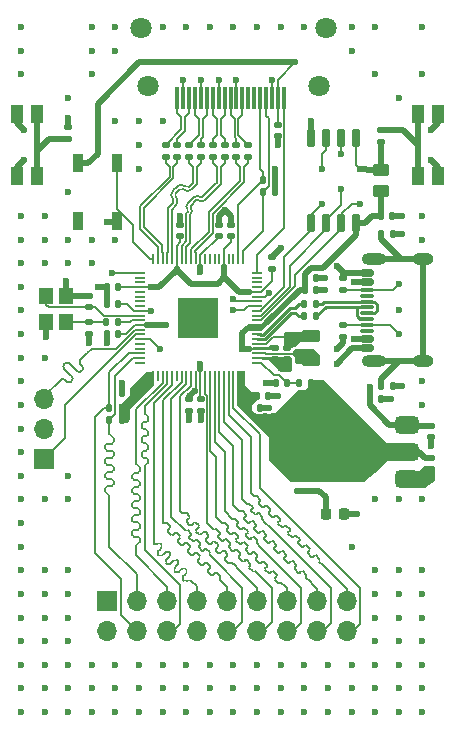
<source format=gbr>
%TF.GenerationSoftware,KiCad,Pcbnew,8.0.6*%
%TF.CreationDate,2025-04-24T20:36:05+02:00*%
%TF.ProjectId,Picroscope,50696372-6f73-4636-9f70-652e6b696361,rev?*%
%TF.SameCoordinates,Original*%
%TF.FileFunction,Copper,L1,Top*%
%TF.FilePolarity,Positive*%
%FSLAX46Y46*%
G04 Gerber Fmt 4.6, Leading zero omitted, Abs format (unit mm)*
G04 Created by KiCad (PCBNEW 8.0.6) date 2025-04-24 20:36:05*
%MOMM*%
%LPD*%
G01*
G04 APERTURE LIST*
G04 Aperture macros list*
%AMRoundRect*
0 Rectangle with rounded corners*
0 $1 Rounding radius*
0 $2 $3 $4 $5 $6 $7 $8 $9 X,Y pos of 4 corners*
0 Add a 4 corners polygon primitive as box body*
4,1,4,$2,$3,$4,$5,$6,$7,$8,$9,$2,$3,0*
0 Add four circle primitives for the rounded corners*
1,1,$1+$1,$2,$3*
1,1,$1+$1,$4,$5*
1,1,$1+$1,$6,$7*
1,1,$1+$1,$8,$9*
0 Add four rect primitives between the rounded corners*
20,1,$1+$1,$2,$3,$4,$5,0*
20,1,$1+$1,$4,$5,$6,$7,0*
20,1,$1+$1,$6,$7,$8,$9,0*
20,1,$1+$1,$8,$9,$2,$3,0*%
G04 Aperture macros list end*
%TA.AperFunction,SMDPad,CuDef*%
%ADD10RoundRect,0.250000X0.450000X-0.262500X0.450000X0.262500X-0.450000X0.262500X-0.450000X-0.262500X0*%
%TD*%
%TA.AperFunction,SMDPad,CuDef*%
%ADD11RoundRect,0.140000X-0.140000X-0.170000X0.140000X-0.170000X0.140000X0.170000X-0.140000X0.170000X0*%
%TD*%
%TA.AperFunction,SMDPad,CuDef*%
%ADD12RoundRect,0.140000X-0.170000X0.140000X-0.170000X-0.140000X0.170000X-0.140000X0.170000X0.140000X0*%
%TD*%
%TA.AperFunction,SMDPad,CuDef*%
%ADD13RoundRect,0.135000X0.185000X-0.135000X0.185000X0.135000X-0.185000X0.135000X-0.185000X-0.135000X0*%
%TD*%
%TA.AperFunction,SMDPad,CuDef*%
%ADD14RoundRect,0.050000X-0.050000X0.350000X-0.050000X-0.350000X0.050000X-0.350000X0.050000X0.350000X0*%
%TD*%
%TA.AperFunction,SMDPad,CuDef*%
%ADD15RoundRect,0.050000X-0.350000X0.050000X-0.350000X-0.050000X0.350000X-0.050000X0.350000X0.050000X0*%
%TD*%
%TA.AperFunction,HeatsinkPad*%
%ADD16C,0.500000*%
%TD*%
%TA.AperFunction,HeatsinkPad*%
%ADD17R,3.400000X3.400000*%
%TD*%
%TA.AperFunction,SMDPad,CuDef*%
%ADD18RoundRect,0.135000X0.135000X0.185000X-0.135000X0.185000X-0.135000X-0.185000X0.135000X-0.185000X0*%
%TD*%
%TA.AperFunction,SMDPad,CuDef*%
%ADD19RoundRect,0.375000X0.625000X0.375000X-0.625000X0.375000X-0.625000X-0.375000X0.625000X-0.375000X0*%
%TD*%
%TA.AperFunction,SMDPad,CuDef*%
%ADD20RoundRect,0.500000X0.500000X1.400000X-0.500000X1.400000X-0.500000X-1.400000X0.500000X-1.400000X0*%
%TD*%
%TA.AperFunction,SMDPad,CuDef*%
%ADD21RoundRect,0.140000X0.140000X0.170000X-0.140000X0.170000X-0.140000X-0.170000X0.140000X-0.170000X0*%
%TD*%
%TA.AperFunction,SMDPad,CuDef*%
%ADD22RoundRect,0.150000X-0.150000X0.650000X-0.150000X-0.650000X0.150000X-0.650000X0.150000X0.650000X0*%
%TD*%
%TA.AperFunction,SMDPad,CuDef*%
%ADD23RoundRect,0.135000X-0.135000X-0.185000X0.135000X-0.185000X0.135000X0.185000X-0.135000X0.185000X0*%
%TD*%
%TA.AperFunction,SMDPad,CuDef*%
%ADD24RoundRect,0.135000X-0.185000X0.135000X-0.185000X-0.135000X0.185000X-0.135000X0.185000X0.135000X0*%
%TD*%
%TA.AperFunction,ComponentPad*%
%ADD25R,1.700000X1.700000*%
%TD*%
%TA.AperFunction,ComponentPad*%
%ADD26O,1.700000X1.700000*%
%TD*%
%TA.AperFunction,SMDPad,CuDef*%
%ADD27RoundRect,0.140000X0.170000X-0.140000X0.170000X0.140000X-0.170000X0.140000X-0.170000X-0.140000X0*%
%TD*%
%TA.AperFunction,SMDPad,CuDef*%
%ADD28R,0.300000X1.900000*%
%TD*%
%TA.AperFunction,ComponentPad*%
%ADD29C,1.800000*%
%TD*%
%TA.AperFunction,SMDPad,CuDef*%
%ADD30R,1.000000X1.550000*%
%TD*%
%TA.AperFunction,SMDPad,CuDef*%
%ADD31RoundRect,0.150000X0.425000X-0.150000X0.425000X0.150000X-0.425000X0.150000X-0.425000X-0.150000X0*%
%TD*%
%TA.AperFunction,SMDPad,CuDef*%
%ADD32RoundRect,0.075000X0.500000X-0.075000X0.500000X0.075000X-0.500000X0.075000X-0.500000X-0.075000X0*%
%TD*%
%TA.AperFunction,ComponentPad*%
%ADD33O,2.100000X1.000000*%
%TD*%
%TA.AperFunction,ComponentPad*%
%ADD34O,1.800000X1.000000*%
%TD*%
%TA.AperFunction,SMDPad,CuDef*%
%ADD35RoundRect,0.090000X0.360000X-0.660000X0.360000X0.660000X-0.360000X0.660000X-0.360000X-0.660000X0*%
%TD*%
%TA.AperFunction,SMDPad,CuDef*%
%ADD36RoundRect,0.250000X-0.550000X-0.250000X0.550000X-0.250000X0.550000X0.250000X-0.550000X0.250000X0*%
%TD*%
%TA.AperFunction,SMDPad,CuDef*%
%ADD37RoundRect,0.218750X0.218750X0.256250X-0.218750X0.256250X-0.218750X-0.256250X0.218750X-0.256250X0*%
%TD*%
%TA.AperFunction,SMDPad,CuDef*%
%ADD38R,1.200000X1.400000*%
%TD*%
%TA.AperFunction,ViaPad*%
%ADD39C,0.600000*%
%TD*%
%TA.AperFunction,Conductor*%
%ADD40C,0.500000*%
%TD*%
%TA.AperFunction,Conductor*%
%ADD41C,0.200000*%
%TD*%
%TA.AperFunction,Conductor*%
%ADD42C,0.150000*%
%TD*%
%TA.AperFunction,Conductor*%
%ADD43C,0.239500*%
%TD*%
%TA.AperFunction,Conductor*%
%ADD44C,0.177300*%
%TD*%
G04 APERTURE END LIST*
D10*
%TO.P,R2,1*%
%TO.N,+3V3*%
X152500000Y-85912500D03*
%TO.P,R2,2*%
%TO.N,/MCU/SPI_CS*%
X152500000Y-84087500D03*
%TD*%
D11*
%TO.P,C24,1*%
%TO.N,+3V3*%
X142000000Y-103250000D03*
%TO.P,C24,2*%
%TO.N,GND*%
X142960000Y-103250000D03*
%TD*%
D12*
%TO.P,C3,1*%
%TO.N,+1V1*%
X144541118Y-99175483D03*
%TO.P,C3,2*%
%TO.N,GND*%
X144541118Y-100135483D03*
%TD*%
D13*
%TO.P,R15,1*%
%TO.N,/PDVI_D1+*%
X137250000Y-83009999D03*
%TO.P,R15,2*%
%TO.N,/HDMI_D1-*%
X137250000Y-81990001D03*
%TD*%
%TO.P,R12,1*%
%TO.N,/PDVI_D2-*%
X134250000Y-83009999D03*
%TO.P,R12,2*%
%TO.N,/HDMI_D2+*%
X134250000Y-81990001D03*
%TD*%
D14*
%TO.P,U1,1,GPIO4*%
%TO.N,/I2C0_SDA*%
X140800000Y-91687500D03*
%TO.P,U1,2,GPIO5*%
%TO.N,/I2C0_SCL*%
X140400000Y-91687499D03*
%TO.P,U1,3,GPIO6*%
%TO.N,/MCU/GPIO6*%
X140000000Y-91687500D03*
%TO.P,U1,4,GPIO7*%
%TO.N,/MCU/GPIO7*%
X139600000Y-91687500D03*
%TO.P,U1,5,IOVDD*%
%TO.N,+3V3*%
X139199999Y-91687500D03*
%TO.P,U1,6,GPIO8*%
%TO.N,/MCU/GPIO8*%
X138800000Y-91687500D03*
%TO.P,U1,7,GPIO9*%
%TO.N,/MCU/GPIO9*%
X138400000Y-91687500D03*
%TO.P,U1,8,GPIO10*%
%TO.N,/MCU/GPIO10*%
X138000000Y-91687500D03*
%TO.P,U1,9,GPIO11*%
%TO.N,/MCU/GPIO11*%
X137600001Y-91687500D03*
%TO.P,U1,10,DVDD*%
%TO.N,+1V1*%
X137200000Y-91687500D03*
%TO.P,U1,11,GPIO12*%
%TO.N,/PDVI_CK+*%
X136800000Y-91687500D03*
%TO.P,U1,12,GPIO13*%
%TO.N,/PDVI_CK-*%
X136399999Y-91687500D03*
%TO.P,U1,13,GPIO14*%
%TO.N,/PDVI_D0+*%
X136000000Y-91687500D03*
%TO.P,U1,14,GPIO15*%
%TO.N,/PDVI_D0-*%
X135600000Y-91687500D03*
%TO.P,U1,15,IOVDD*%
%TO.N,+3V3*%
X135200000Y-91687500D03*
%TO.P,U1,16,GPIO16*%
%TO.N,/PDVI_D1+*%
X134800001Y-91687500D03*
%TO.P,U1,17,GPIO17*%
%TO.N,/PDVI_D1-*%
X134400000Y-91687500D03*
%TO.P,U1,18,GPIO18*%
%TO.N,/PDVI_D2+*%
X134000000Y-91687500D03*
%TO.P,U1,19,GPIO19*%
%TO.N,/PDVI_D2-*%
X133600000Y-91687499D03*
%TO.P,U1,20,GPIO20*%
%TO.N,/STATUS_DIN*%
X133200000Y-91687500D03*
D15*
%TO.P,U1,21,GPIO21*%
%TO.N,/CLKOUT0*%
X132050000Y-92837500D03*
%TO.P,U1,22,GPIO22*%
%TO.N,/MCU/GPIO22*%
X132049999Y-93237500D03*
%TO.P,U1,23,GPIO23*%
%TO.N,/MCU/GPIO23*%
X132050000Y-93637500D03*
%TO.P,U1,24,IOVDD*%
%TO.N,+3V3*%
X132050000Y-94037500D03*
%TO.P,U1,25,GPIO24*%
%TO.N,/MCU/GPIO24*%
X132050000Y-94437501D03*
%TO.P,U1,26,GPIO25*%
%TO.N,/MCU/GPIO25*%
X132050000Y-94837500D03*
%TO.P,U1,27,GPIO26*%
%TO.N,/MCU/GPIO26*%
X132050000Y-95237500D03*
%TO.P,U1,28,GPIO27*%
%TO.N,/MCU/GPIO27*%
X132050000Y-95637500D03*
%TO.P,U1,29,IOVDD*%
%TO.N,+3V3*%
X132050000Y-96037499D03*
%TO.P,U1,30,XIN*%
%TO.N,/MCU/Xin*%
X132050000Y-96437500D03*
%TO.P,U1,31,XOUT*%
%TO.N,/MCU/Xout*%
X132050000Y-96837500D03*
%TO.P,U1,32,DVDD*%
%TO.N,+1V1*%
X132050000Y-97237501D03*
%TO.P,U1,33,SWCLK*%
%TO.N,/MCU/SWDCLK*%
X132050000Y-97637500D03*
%TO.P,U1,34,SWDIO*%
%TO.N,/MCU/SWDIO*%
X132050000Y-98037500D03*
%TO.P,U1,35,RUN*%
%TO.N,/MCU/RUN*%
X132050000Y-98437500D03*
%TO.P,U1,36,GPIO28*%
%TO.N,/MCU/GPIO28*%
X132050000Y-98837499D03*
%TO.P,U1,37,GPIO29*%
%TO.N,/MCU/GPIO29*%
X132050000Y-99237500D03*
%TO.P,U1,38,GPIO30*%
%TO.N,/I2C1_SDA*%
X132050000Y-99637500D03*
%TO.P,U1,39,GPIO31*%
%TO.N,/I2C1_SCL*%
X132049999Y-100037500D03*
%TO.P,U1,40,GPIO32*%
%TO.N,/MCU/GPIO32*%
X132050000Y-100437500D03*
D14*
%TO.P,U1,41,IOVDD*%
%TO.N,+3V3*%
X133200000Y-101587500D03*
%TO.P,U1,42,GPIO33*%
%TO.N,/MCU/GPIO33*%
X133600000Y-101587501D03*
%TO.P,U1,43,GPIO34*%
%TO.N,/CAM_VSYNC*%
X134000000Y-101587500D03*
%TO.P,U1,44,GPIO35*%
%TO.N,/CAM_HSYNC*%
X134400000Y-101587500D03*
%TO.P,U1,45,GPIO36*%
%TO.N,/CAM_PCLK*%
X134800001Y-101587500D03*
%TO.P,U1,46,GPIO37*%
%TO.N,/MCU/GPIO37*%
X135200000Y-101587500D03*
%TO.P,U1,47,GPIO38*%
%TO.N,/CAM_D9*%
X135600000Y-101587500D03*
%TO.P,U1,48,GPIO39*%
%TO.N,/CAM_D8*%
X136000000Y-101587500D03*
%TO.P,U1,49,GPIO40_ADC0*%
%TO.N,/CAM_D7*%
X136399999Y-101587500D03*
%TO.P,U1,50,IOVDD*%
%TO.N,+3V3*%
X136800000Y-101587500D03*
%TO.P,U1,51,DVDD*%
%TO.N,+1V1*%
X137200000Y-101587500D03*
%TO.P,U1,52,GPIO41_ADC1*%
%TO.N,/CAM_D6*%
X137600001Y-101587500D03*
%TO.P,U1,53,GPIO42_ADC2*%
%TO.N,/CAM_D5*%
X138000000Y-101587500D03*
%TO.P,U1,54,GPIO43_ADC3*%
%TO.N,/CAM_D4*%
X138400000Y-101587500D03*
%TO.P,U1,55,GPIO44_ADC4*%
%TO.N,/CAM_D3*%
X138800000Y-101587500D03*
%TO.P,U1,56,GPIO45_ADC5*%
%TO.N,/CAM_D2*%
X139199999Y-101587500D03*
%TO.P,U1,57,GPIO46_ADC6*%
%TO.N,/CAM_Reset*%
X139600000Y-101587500D03*
%TO.P,U1,58,GPIO47_ADC7*%
%TO.N,/CAM_PWDN*%
X140000000Y-101587500D03*
%TO.P,U1,59,ADC_AVDD*%
%TO.N,+3V3*%
X140400000Y-101587501D03*
%TO.P,U1,60,IOVDD*%
X140800000Y-101587500D03*
D15*
%TO.P,U1,61,VREG_AVDD*%
%TO.N,/MCU/VREG_AVDD*%
X141950000Y-100437500D03*
%TO.P,U1,62,VREG_PGND*%
%TO.N,GND*%
X141950001Y-100037500D03*
%TO.P,U1,63,VREG_LX*%
%TO.N,/MCU/VREG_LX*%
X141950000Y-99637500D03*
%TO.P,U1,64,VREG_VIN*%
%TO.N,+3V3*%
X141950000Y-99237500D03*
%TO.P,U1,65,VREG_FB*%
%TO.N,+1V1*%
X141950000Y-98837499D03*
%TO.P,U1,66,USB_DM*%
%TO.N,/MCU/PUSB_D-*%
X141950000Y-98437500D03*
%TO.P,U1,67,USB_DP*%
%TO.N,/MCU/PUSB_D+*%
X141950000Y-98037500D03*
%TO.P,U1,68,USB_OTP_VDD*%
%TO.N,+3V3*%
X141950000Y-97637500D03*
%TO.P,U1,69,QSPI_IOVDD*%
X141950000Y-97237501D03*
%TO.P,U1,70,QSPI_SD3*%
%TO.N,/MCU/SPI_SD3*%
X141950000Y-96837500D03*
%TO.P,U1,71,QSPI_SCLK*%
%TO.N,/MCU/SPI_SCLK*%
X141950000Y-96437500D03*
%TO.P,U1,72,QSPI_SD0*%
%TO.N,/MCU/SPI_SD0*%
X141950000Y-96037499D03*
%TO.P,U1,73,QSPI_SD2*%
%TO.N,/MCU/SPI_SD2*%
X141950000Y-95637500D03*
%TO.P,U1,74,QSPI_SD1*%
%TO.N,/MCU/SPI_SD1*%
X141950000Y-95237500D03*
%TO.P,U1,75,QSPI_SS*%
%TO.N,/MCU/SPI_CS*%
X141950000Y-94837500D03*
%TO.P,U1,76,IOVDD*%
%TO.N,+3V3*%
X141950000Y-94437501D03*
%TO.P,U1,77,GPIO0*%
%TO.N,/MCU/GPIO0*%
X141950000Y-94037500D03*
%TO.P,U1,78,GPIO1*%
%TO.N,/MCU/GPIO1*%
X141950000Y-93637500D03*
%TO.P,U1,79,GPIO2*%
%TO.N,/MCU/GPIO2*%
X141950001Y-93237500D03*
%TO.P,U1,80,GPIO3*%
%TO.N,/HDMI_HPD*%
X141950000Y-92837500D03*
D16*
%TO.P,U1,81,GND*%
%TO.N,GND*%
X138450000Y-95187500D03*
X137000000Y-95187500D03*
X135550000Y-95187500D03*
X138450000Y-96637500D03*
X137000000Y-96637500D03*
D17*
X137000000Y-96637500D03*
D16*
X135550000Y-96637500D03*
X138450000Y-98087500D03*
X137000000Y-98087500D03*
X135550000Y-98087500D03*
%TD*%
D11*
%TO.P,C15,1*%
%TO.N,+3V3*%
X146020000Y-93250000D03*
%TO.P,C15,2*%
%TO.N,GND*%
X146980000Y-93250000D03*
%TD*%
D13*
%TO.P,R19,1*%
%TO.N,/PDVI_CK+*%
X141250000Y-83009999D03*
%TO.P,R19,2*%
%TO.N,/HDMI_CK-*%
X141250000Y-81990001D03*
%TD*%
D18*
%TO.P,R1,1*%
%TO.N,+3V3*%
X146551117Y-102175483D03*
%TO.P,R1,2*%
%TO.N,/MCU/VREG_AVDD*%
X145531119Y-102175483D03*
%TD*%
D19*
%TO.P,U3,1,GND*%
%TO.N,GND*%
X154650000Y-110300000D03*
%TO.P,U3,2,VO*%
%TO.N,+3V3*%
X154649999Y-108000000D03*
D20*
X148350001Y-108000000D03*
D19*
%TO.P,U3,3,VI*%
%TO.N,VBUS*%
X154650000Y-105700000D03*
%TD*%
D12*
%TO.P,C10,1*%
%TO.N,+3V3*%
X156750000Y-108520000D03*
%TO.P,C10,2*%
%TO.N,GND*%
X156750000Y-109480000D03*
%TD*%
D21*
%TO.P,C1,1*%
%TO.N,/MCU/VREG_AVDD*%
X144521118Y-102175483D03*
%TO.P,C1,2*%
%TO.N,GND*%
X143561118Y-102175483D03*
%TD*%
D22*
%TO.P,U2,1,~{CS}*%
%TO.N,/MCU/SPI_CS*%
X150405000Y-81400000D03*
%TO.P,U2,2,DO(IO1)*%
%TO.N,/MCU/SPI_SD1*%
X149135000Y-81400000D03*
%TO.P,U2,3,IO2*%
%TO.N,/MCU/SPI_SD2*%
X147865000Y-81400000D03*
%TO.P,U2,4,GND*%
%TO.N,GND*%
X146595000Y-81400000D03*
%TO.P,U2,5,DI(IO0)*%
%TO.N,/MCU/SPI_SD0*%
X146595000Y-88600000D03*
%TO.P,U2,6,CLK*%
%TO.N,/MCU/SPI_SCLK*%
X147865000Y-88600000D03*
%TO.P,U2,7,IO3*%
%TO.N,/MCU/SPI_SD3*%
X149135000Y-88600000D03*
%TO.P,U2,8,VCC*%
%TO.N,+3V3*%
X150405000Y-88600000D03*
%TD*%
D23*
%TO.P,R7,1*%
%TO.N,/MCU/PUSB_D-*%
X145990000Y-96500000D03*
%TO.P,R7,2*%
%TO.N,/USB_D-*%
X147010000Y-96500000D03*
%TD*%
D13*
%TO.P,R13,1*%
%TO.N,/PDVI_D2+*%
X135250000Y-83009999D03*
%TO.P,R13,2*%
%TO.N,/HDMI_D2-*%
X135250000Y-81990001D03*
%TD*%
D21*
%TO.P,C22,1*%
%TO.N,+3V3*%
X131480000Y-103000000D03*
%TO.P,C22,2*%
%TO.N,GND*%
X130520000Y-103000000D03*
%TD*%
%TO.P,C21,1*%
%TO.N,+3V3*%
X130230000Y-94000000D03*
%TO.P,C21,2*%
%TO.N,GND*%
X129270000Y-94000000D03*
%TD*%
D11*
%TO.P,C25,1*%
%TO.N,+3V3*%
X141250000Y-104250000D03*
%TO.P,C25,2*%
%TO.N,GND*%
X142210000Y-104250000D03*
%TD*%
D24*
%TO.P,R9,1*%
%TO.N,GND*%
X149250000Y-93250000D03*
%TO.P,R9,2*%
%TO.N,/USB_CC2*%
X149250000Y-94269998D03*
%TD*%
D25*
%TO.P,J4,1,Pin_1*%
%TO.N,+3V3*%
X129300000Y-120625000D03*
D26*
%TO.P,J4,2,Pin_2*%
%TO.N,GND*%
X129300000Y-123165000D03*
%TO.P,J4,3,Pin_3*%
%TO.N,/I2C1_SCL*%
X131840000Y-120625000D03*
%TO.P,J4,4,Pin_4*%
%TO.N,/I2C1_SDA*%
X131840000Y-123165000D03*
%TO.P,J4,5,Pin_5*%
%TO.N,/CAM_VSYNC*%
X134379999Y-120625000D03*
%TO.P,J4,6,Pin_6*%
%TO.N,/CAM_HSYNC*%
X134380000Y-123165000D03*
%TO.P,J4,7,Pin_7*%
%TO.N,/CAM_PCLK*%
X136920000Y-120625000D03*
%TO.P,J4,8,Pin_8*%
%TO.N,/CLKOUT0*%
X136920000Y-123165000D03*
%TO.P,J4,9,Pin_9*%
%TO.N,/CAM_D9*%
X139460000Y-120625000D03*
%TO.P,J4,10,Pin_10*%
%TO.N,/CAM_D8*%
X139460000Y-123165000D03*
%TO.P,J4,11,Pin_11*%
%TO.N,/CAM_D7*%
X142000000Y-120625000D03*
%TO.P,J4,12,Pin_12*%
%TO.N,/CAM_D6*%
X142000000Y-123165000D03*
%TO.P,J4,13,Pin_13*%
%TO.N,/CAM_D5*%
X144540000Y-120625000D03*
%TO.P,J4,14,Pin_14*%
%TO.N,/CAM_D4*%
X144540000Y-123165000D03*
%TO.P,J4,15,Pin_15*%
%TO.N,/CAM_D3*%
X147080001Y-120625000D03*
%TO.P,J4,16,Pin_16*%
%TO.N,/CAM_D2*%
X147080000Y-123165000D03*
%TO.P,J4,17,Pin_17*%
%TO.N,/CAM_Reset*%
X149620000Y-120625000D03*
%TO.P,J4,18,Pin_18*%
%TO.N,/CAM_PWDN*%
X149620000Y-123165000D03*
%TD*%
D21*
%TO.P,C20,1*%
%TO.N,+3V3*%
X130230000Y-95500000D03*
%TO.P,C20,2*%
%TO.N,GND*%
X129270000Y-95500000D03*
%TD*%
D27*
%TO.P,C13,1*%
%TO.N,+1V1*%
X138750000Y-89730000D03*
%TO.P,C13,2*%
%TO.N,GND*%
X138750000Y-88770000D03*
%TD*%
D12*
%TO.P,C17,1*%
%TO.N,+3V3*%
X136250000Y-103520000D03*
%TO.P,C17,2*%
%TO.N,GND*%
X136250000Y-104480000D03*
%TD*%
%TO.P,C5,1*%
%TO.N,GND*%
X127750000Y-94790000D03*
%TO.P,C5,2*%
%TO.N,/MCU/Xin*%
X127750000Y-95750000D03*
%TD*%
D13*
%TO.P,R18,1*%
%TO.N,/PDVI_CK-*%
X140250000Y-83009999D03*
%TO.P,R18,2*%
%TO.N,/HDMI_CK+*%
X140250000Y-81990001D03*
%TD*%
D28*
%TO.P,J3,1,D2+*%
%TO.N,/HDMI_D2+*%
X135250000Y-78000000D03*
%TO.P,J3,2,D2S*%
%TO.N,GND*%
X135750000Y-78000000D03*
%TO.P,J3,3,D2-*%
%TO.N,/HDMI_D2-*%
X136250000Y-77999999D03*
%TO.P,J3,4,D1+*%
%TO.N,/HDMI_D1+*%
X136750000Y-78000000D03*
%TO.P,J3,5,D1S*%
%TO.N,GND*%
X137250000Y-78000000D03*
%TO.P,J3,6,D1-*%
%TO.N,/HDMI_D1-*%
X137750000Y-78000000D03*
%TO.P,J3,7,D0+*%
%TO.N,/HDMI_D0+*%
X138250000Y-78000000D03*
%TO.P,J3,8,D0S*%
%TO.N,GND*%
X138750000Y-77999999D03*
%TO.P,J3,9,D0-*%
%TO.N,/HDMI_D0-*%
X139250000Y-78000000D03*
%TO.P,J3,10,CK+*%
%TO.N,/HDMI_CK+*%
X139750000Y-78000000D03*
%TO.P,J3,11,CKS*%
%TO.N,GND*%
X140250000Y-78000000D03*
%TO.P,J3,12,CK-*%
%TO.N,/HDMI_CK-*%
X140750000Y-78000000D03*
%TO.P,J3,13,CEC*%
%TO.N,unconnected-(J3-CEC-Pad13)*%
X141250000Y-77999999D03*
%TO.P,J3,14,UTILITY*%
%TO.N,unconnected-(J3-UTILITY-Pad14)*%
X141750000Y-78000000D03*
%TO.P,J3,15,SCL*%
%TO.N,/I2C0_SCL*%
X142250000Y-78000000D03*
%TO.P,J3,16,SDA*%
%TO.N,/I2C0_SDA*%
X142750000Y-78000000D03*
%TO.P,J3,17,GND*%
%TO.N,GND*%
X143250000Y-78000000D03*
%TO.P,J3,18,+5V*%
%TO.N,VBUS*%
X143750000Y-77999999D03*
%TO.P,J3,19,HPD*%
%TO.N,/HDMI_HPD*%
X144250000Y-78000000D03*
D29*
%TO.P,J3,SH,SH*%
%TO.N,GND*%
X147850000Y-72100000D03*
X147250000Y-77000000D03*
X132750000Y-77000000D03*
X132150000Y-72100000D03*
%TD*%
D13*
%TO.P,R16,1*%
%TO.N,/PDVI_D0-*%
X138250000Y-83009999D03*
%TO.P,R16,2*%
%TO.N,/HDMI_D0+*%
X138250000Y-81990001D03*
%TD*%
D12*
%TO.P,C8,1*%
%TO.N,VBUS*%
X156750000Y-105770000D03*
%TO.P,C8,2*%
%TO.N,GND*%
X156750000Y-106730000D03*
%TD*%
D13*
%TO.P,R4,1*%
%TO.N,/MCU/Btn_RUN*%
X126000000Y-81509999D03*
%TO.P,R4,2*%
%TO.N,/MCU/RUN*%
X126000000Y-80490001D03*
%TD*%
D27*
%TO.P,C19,1*%
%TO.N,+3V3*%
X139750000Y-89730000D03*
%TO.P,C19,2*%
%TO.N,GND*%
X139750000Y-88770000D03*
%TD*%
D11*
%TO.P,C14,1*%
%TO.N,+3V3*%
X146020000Y-94250000D03*
%TO.P,C14,2*%
%TO.N,GND*%
X146980000Y-94250000D03*
%TD*%
D18*
%TO.P,R20,1*%
%TO.N,+3V3*%
X143519998Y-86000000D03*
%TO.P,R20,2*%
%TO.N,/I2C0_SDA*%
X142500000Y-86000000D03*
%TD*%
%TO.P,R23,1*%
%TO.N,+3V3*%
X130519998Y-105250000D03*
%TO.P,R23,2*%
%TO.N,/I2C1_SCL*%
X129500000Y-105250000D03*
%TD*%
D11*
%TO.P,C4,1*%
%TO.N,+3V3*%
X152500000Y-88000000D03*
%TO.P,C4,2*%
%TO.N,GND*%
X153460000Y-88000000D03*
%TD*%
D18*
%TO.P,R22,1*%
%TO.N,+3V3*%
X130519998Y-104250000D03*
%TO.P,R22,2*%
%TO.N,/I2C1_SDA*%
X129500000Y-104250000D03*
%TD*%
D27*
%TO.P,C6,1*%
%TO.N,GND*%
X127750000Y-97980000D03*
%TO.P,C6,2*%
%TO.N,/MCU/Yout*%
X127750000Y-97020000D03*
%TD*%
D23*
%TO.P,R6,1*%
%TO.N,/MCU/PUSB_D+*%
X145990000Y-95500000D03*
%TO.P,R6,2*%
%TO.N,/USB_D+*%
X147010000Y-95500000D03*
%TD*%
D30*
%TO.P,SW2,1,1*%
%TO.N,GND*%
X121650000Y-84625000D03*
X121650000Y-79375000D03*
%TO.P,SW2,2,2*%
%TO.N,/MCU/Btn_RUN*%
X123350000Y-84625000D03*
X123350000Y-79375000D03*
%TD*%
D12*
%TO.P,C11,1*%
%TO.N,+1V1*%
X137250000Y-103520000D03*
%TO.P,C11,2*%
%TO.N,GND*%
X137250000Y-104480000D03*
%TD*%
D18*
%TO.P,R10,1*%
%TO.N,GND*%
X153509999Y-89500000D03*
%TO.P,R10,2*%
%TO.N,/USB_SHIELD*%
X152490001Y-89500000D03*
%TD*%
D13*
%TO.P,R17,1*%
%TO.N,/PDVI_D0+*%
X139250000Y-83009999D03*
%TO.P,R17,2*%
%TO.N,/HDMI_D0-*%
X139250000Y-81990001D03*
%TD*%
D30*
%TO.P,SW1,1,1*%
%TO.N,GND*%
X157350000Y-79375000D03*
X157350000Y-84625000D03*
%TO.P,SW1,2,2*%
%TO.N,/MCU/Btn_BOOT*%
X155650000Y-79375000D03*
X155650000Y-84625000D03*
%TD*%
D13*
%TO.P,R8,1*%
%TO.N,GND*%
X149250000Y-98259999D03*
%TO.P,R8,2*%
%TO.N,/USB_CC1*%
X149250000Y-97240001D03*
%TD*%
D31*
%TO.P,J1,A1,GND*%
%TO.N,GND*%
X151320000Y-99200000D03*
%TO.P,J1,A4,VBUS*%
%TO.N,VBUS*%
X151320000Y-98400000D03*
D32*
%TO.P,J1,A5,CC1*%
%TO.N,/USB_CC1*%
X151320001Y-97250000D03*
%TO.P,J1,A6,D+*%
%TO.N,/USB_D+*%
X151320000Y-96250000D03*
%TO.P,J1,A7,D-*%
%TO.N,/USB_D-*%
X151320000Y-95750000D03*
%TO.P,J1,A8,SBU1*%
%TO.N,unconnected-(J1-SBU1-PadA8)*%
X151320001Y-94750000D03*
D31*
%TO.P,J1,A9,VBUS*%
%TO.N,VBUS*%
X151320000Y-93600000D03*
%TO.P,J1,A12,GND*%
%TO.N,GND*%
X151320000Y-92800000D03*
%TO.P,J1,B1,GND*%
X151320000Y-92800000D03*
%TO.P,J1,B4,VBUS*%
%TO.N,VBUS*%
X151320000Y-93600000D03*
D32*
%TO.P,J1,B5,CC2*%
%TO.N,/USB_CC2*%
X151320000Y-94250000D03*
%TO.P,J1,B6,D+*%
%TO.N,/USB_D+*%
X151320000Y-95250000D03*
%TO.P,J1,B7,D-*%
%TO.N,/USB_D-*%
X151320000Y-96750000D03*
%TO.P,J1,B8,SBU2*%
%TO.N,unconnected-(J1-SBU2-PadB8)*%
X151320000Y-97750000D03*
D31*
%TO.P,J1,B9,VBUS*%
%TO.N,VBUS*%
X151320000Y-98400000D03*
%TO.P,J1,B12,GND*%
%TO.N,GND*%
X151320000Y-99200000D03*
D33*
%TO.P,J1,S1,SHIELD*%
%TO.N,/USB_SHIELD*%
X151895000Y-100320000D03*
D34*
X156075000Y-100320000D03*
D33*
X151895000Y-91680000D03*
D34*
X156075000Y-91680000D03*
%TD*%
D13*
%TO.P,R14,1*%
%TO.N,/PDVI_D1-*%
X136250000Y-83009999D03*
%TO.P,R14,2*%
%TO.N,/HDMI_D1+*%
X136250000Y-81990001D03*
%TD*%
D18*
%TO.P,R5,1*%
%TO.N,/MCU/Xout*%
X130259999Y-97000000D03*
%TO.P,R5,2*%
%TO.N,/MCU/Yout*%
X129240001Y-97000000D03*
%TD*%
D27*
%TO.P,C16,1*%
%TO.N,+3V3*%
X143250000Y-92480000D03*
%TO.P,C16,2*%
%TO.N,GND*%
X143250000Y-91520000D03*
%TD*%
D21*
%TO.P,C12,1*%
%TO.N,+1V1*%
X130230000Y-98000000D03*
%TO.P,C12,2*%
%TO.N,GND*%
X129270000Y-98000000D03*
%TD*%
D13*
%TO.P,R11,1*%
%TO.N,/PWR_A*%
X145500000Y-111259999D03*
%TO.P,R11,2*%
%TO.N,+3V3*%
X145500000Y-110240001D03*
%TD*%
D35*
%TO.P,D2,1,DOUT*%
%TO.N,unconnected-(D2-DOUT-Pad1)*%
X126850000Y-88450000D03*
%TO.P,D2,2,VSS*%
%TO.N,GND*%
X130150000Y-88450000D03*
%TO.P,D2,3,DIN*%
%TO.N,/STATUS_DIN*%
X130150000Y-83550000D03*
%TO.P,D2,4,VDD*%
%TO.N,VBUS*%
X126850000Y-83550000D03*
%TD*%
D12*
%TO.P,C2,1*%
%TO.N,+3V3*%
X143541118Y-99175483D03*
%TO.P,C2,2*%
%TO.N,GND*%
X143541118Y-100135483D03*
%TD*%
D36*
%TO.P,L1,1,1*%
%TO.N,+1V1*%
X146541118Y-98175483D03*
%TO.P,L1,2,2*%
%TO.N,/MCU/VREG_LX*%
X146541118Y-100175483D03*
%TD*%
D25*
%TO.P,J2,1,Pin_1*%
%TO.N,/MCU/SWDIO*%
X123975000Y-108540000D03*
D26*
%TO.P,J2,2,Pin_2*%
%TO.N,GND*%
X123975000Y-106000000D03*
%TO.P,J2,3,Pin_3*%
%TO.N,/MCU/SWDCLK*%
X123975000Y-103460001D03*
%TD*%
D27*
%TO.P,C23,1*%
%TO.N,GND*%
X143750000Y-81230000D03*
%TO.P,C23,2*%
%TO.N,VBUS*%
X143750000Y-80270000D03*
%TD*%
D11*
%TO.P,C7,1*%
%TO.N,/USB_SHIELD*%
X152520000Y-102400000D03*
%TO.P,C7,2*%
%TO.N,GND*%
X153480000Y-102400000D03*
%TD*%
D37*
%TO.P,D1,1,K*%
%TO.N,GND*%
X149387501Y-113250000D03*
%TO.P,D1,2,A*%
%TO.N,/PWR_A*%
X147812499Y-113250000D03*
%TD*%
D11*
%TO.P,C9,1*%
%TO.N,VBUS*%
X151520000Y-103500000D03*
%TO.P,C9,2*%
%TO.N,GND*%
X152480000Y-103500000D03*
%TD*%
D38*
%TO.P,Y1,1,1*%
%TO.N,/MCU/Yout*%
X125850000Y-97000000D03*
%TO.P,Y1,2,2*%
%TO.N,GND*%
X125850000Y-94800000D03*
%TO.P,Y1,3,3*%
%TO.N,/MCU/Xin*%
X124150000Y-94800000D03*
%TO.P,Y1,4,4*%
%TO.N,GND*%
X124150000Y-97000000D03*
%TD*%
D13*
%TO.P,R3,1*%
%TO.N,/MCU/SPI_CS*%
X152500000Y-81759999D03*
%TO.P,R3,2*%
%TO.N,/MCU/Btn_BOOT*%
X152500000Y-80740001D03*
%TD*%
D27*
%TO.P,C18,1*%
%TO.N,+3V3*%
X135500000Y-89730000D03*
%TO.P,C18,2*%
%TO.N,GND*%
X135500000Y-88770000D03*
%TD*%
D18*
%TO.P,R21,1*%
%TO.N,+3V3*%
X143519998Y-85000000D03*
%TO.P,R21,2*%
%TO.N,/I2C0_SCL*%
X142500000Y-85000000D03*
%TD*%
D39*
%TO.N,GND*%
X134000000Y-130001750D03*
X146000000Y-72001750D03*
X138000000Y-130001750D03*
X154000000Y-124001750D03*
X147750000Y-93250000D03*
X156000000Y-112001750D03*
X143000000Y-104250000D03*
X152000000Y-72001750D03*
X144000000Y-72001750D03*
X126000000Y-130001750D03*
X134000000Y-128001750D03*
X152000000Y-122001750D03*
X152000000Y-118001750D03*
X137250000Y-105250000D03*
X124000000Y-112001750D03*
X129270000Y-94750000D03*
X122250000Y-80750000D03*
X122000000Y-106001750D03*
X124000000Y-122001750D03*
X148750000Y-99250000D03*
X142000000Y-130001750D03*
X135500000Y-88000000D03*
X126000000Y-126001750D03*
X136250000Y-105250000D03*
X126000000Y-86001750D03*
X156000000Y-104001750D03*
X156000000Y-76001750D03*
X136000000Y-72001750D03*
X150000000Y-116001750D03*
X147750000Y-94250000D03*
X156000000Y-128001750D03*
X130520000Y-102150000D03*
X154000000Y-78001750D03*
X122000000Y-100001750D03*
X148000000Y-128001750D03*
X156000000Y-118001750D03*
X143750000Y-82000000D03*
X122000000Y-92001750D03*
X128000000Y-128001750D03*
X122000000Y-122001750D03*
X156000000Y-120001750D03*
X150000000Y-128001750D03*
X124000000Y-118001750D03*
X130000000Y-90001750D03*
X128000000Y-92001750D03*
X126000000Y-90001750D03*
X122000000Y-98001750D03*
X122000000Y-104001750D03*
X142000000Y-128001750D03*
X124000000Y-100001750D03*
X146000000Y-130001750D03*
X144000000Y-90750000D03*
X124150000Y-98250000D03*
X150000000Y-72001750D03*
X132000000Y-84001750D03*
X124000000Y-120001750D03*
X128000000Y-74001750D03*
X148000000Y-126001750D03*
X152000000Y-112001750D03*
X128000000Y-90001750D03*
X126000000Y-78001750D03*
X122000000Y-114001750D03*
X154000000Y-122001750D03*
X122000000Y-76001750D03*
X150000000Y-126001750D03*
X143250000Y-76500000D03*
X122000000Y-74001750D03*
X134000000Y-126001750D03*
X130000000Y-128001750D03*
X148750000Y-92250000D03*
X150000000Y-130001750D03*
X122000000Y-72001750D03*
X154000000Y-96001750D03*
X154250000Y-88000000D03*
X154250000Y-102400000D03*
X124000000Y-128001750D03*
X127750000Y-98750000D03*
X156000000Y-130001750D03*
X156750000Y-83250000D03*
X125850000Y-93500000D03*
X154000000Y-128001750D03*
X142000000Y-72001750D03*
X127000000Y-94800000D03*
X124000000Y-88001750D03*
X128000000Y-126001750D03*
X132000000Y-82001750D03*
X136000000Y-126001750D03*
X122000000Y-88001750D03*
X122000000Y-96001750D03*
X122000000Y-120001750D03*
X144636805Y-100917666D03*
X126000000Y-122001750D03*
X122000000Y-116001750D03*
X136000000Y-130001750D03*
X148000000Y-130001750D03*
X126000000Y-118001750D03*
X152000000Y-120001750D03*
X152000000Y-76001750D03*
X140250000Y-76500000D03*
X130000000Y-130001750D03*
X137250000Y-76500000D03*
X152000000Y-130001750D03*
X128500000Y-94000000D03*
X138000000Y-72001750D03*
X126000000Y-128001750D03*
X142000000Y-126001750D03*
X156000000Y-72001750D03*
X122000000Y-118001750D03*
X138000000Y-128001750D03*
X154000000Y-130001750D03*
X134000000Y-80001750D03*
X156000000Y-102001750D03*
X124000000Y-90001750D03*
X154250000Y-89500000D03*
X140000000Y-126001750D03*
X128000000Y-76001750D03*
X124000000Y-124001750D03*
X122250000Y-83250000D03*
X144036804Y-100917664D03*
X152000000Y-124001750D03*
X126000000Y-92001750D03*
X156750000Y-80750000D03*
X132000000Y-126001750D03*
X146595000Y-80000000D03*
X124000000Y-92001750D03*
X126000000Y-120001750D03*
X122000000Y-108001750D03*
X126000000Y-112001750D03*
X152000000Y-128001750D03*
X126000000Y-110001750D03*
X128000000Y-72001750D03*
X136000000Y-128001750D03*
X126000000Y-124001750D03*
X140000000Y-128001750D03*
X143750000Y-103250000D03*
X124000000Y-130001750D03*
X135750000Y-76500000D03*
X153300000Y-103500000D03*
X130000000Y-126001750D03*
X128000000Y-130001750D03*
X148750000Y-100500000D03*
X129250000Y-98750000D03*
X156300000Y-110300000D03*
X144000000Y-128001750D03*
X144000000Y-126001750D03*
X156000000Y-124001750D03*
X122000000Y-112001750D03*
X154000000Y-112001750D03*
X144000000Y-130001750D03*
X156750000Y-107500000D03*
X129250000Y-88500000D03*
X138750000Y-76500000D03*
X138000000Y-126001750D03*
X150000000Y-74001750D03*
X122000000Y-90001750D03*
X152000000Y-126001750D03*
X122000000Y-130001750D03*
X139250000Y-87500000D03*
X156000000Y-126001750D03*
X124000000Y-126001750D03*
X122000000Y-124001750D03*
X122000000Y-110001750D03*
X140000000Y-72001750D03*
X130000000Y-80001750D03*
X154000000Y-126001750D03*
X146000000Y-126001750D03*
X142750000Y-102175483D03*
X122000000Y-126001750D03*
X132000000Y-128001750D03*
X132000000Y-130001750D03*
X122000000Y-102001750D03*
X132000000Y-80001750D03*
X122000000Y-128001750D03*
X154000000Y-120001750D03*
X156000000Y-88001750D03*
X122000000Y-94001750D03*
X150500000Y-113250000D03*
X130000000Y-74001750D03*
X130000000Y-72001750D03*
X156000000Y-122001750D03*
X146000000Y-128001750D03*
X156000000Y-90001750D03*
X140000000Y-130001750D03*
X134000000Y-72001750D03*
X154000000Y-118001750D03*
%TO.N,+3V3*%
X139200000Y-92750000D03*
X133000000Y-96037499D03*
X140750000Y-99237500D03*
X132400000Y-102250000D03*
X133000000Y-94037500D03*
X151750000Y-108000000D03*
X140750000Y-103200000D03*
X136700000Y-102800000D03*
X143519998Y-84000000D03*
%TO.N,+1V1*%
X145171499Y-98251040D03*
X144571500Y-98251040D03*
X137200000Y-100500000D03*
X137200000Y-92750000D03*
X134250000Y-97250000D03*
%TO.N,VBUS*%
X151520000Y-102520000D03*
X150200000Y-98400000D03*
X145250000Y-75000000D03*
X150200000Y-93600000D03*
%TO.N,/USB_CC2*%
X154000000Y-93750000D03*
%TO.N,/USB_CC1*%
X154000000Y-98000000D03*
%TO.N,/CLKOUT0*%
X129750000Y-92837500D03*
%TO.N,/MCU/SPI_CS*%
X150750000Y-84000000D03*
X143000000Y-94500000D03*
%TO.N,/MCU/RUN*%
X126000000Y-79750000D03*
X133750000Y-99250000D03*
%TO.N,/MCU/SPI_SCLK*%
X149135000Y-85750000D03*
%TO.N,/MCU/SPI_SD0*%
X147500000Y-87000000D03*
%TO.N,/MCU/SPI_SD1*%
X149135000Y-82750000D03*
X140000000Y-95000000D03*
%TO.N,/MCU/SPI_SD2*%
X140000000Y-96000000D03*
X147500000Y-84000000D03*
%TO.N,/MCU/SPI_SD3*%
X150750000Y-87000000D03*
%TD*%
D40*
%TO.N,GND*%
X128500000Y-94000000D02*
X129270000Y-94000000D01*
X143750000Y-81230000D02*
X143750000Y-82000000D01*
X142960000Y-103250000D02*
X143750000Y-103250000D01*
X135500000Y-88000000D02*
X135500000Y-88770000D01*
X139750000Y-88770000D02*
X139750000Y-88000000D01*
X153480000Y-102400000D02*
X154250000Y-102400000D01*
X130520000Y-102150000D02*
X130520000Y-103000000D01*
X153300000Y-103500000D02*
X152480000Y-103500000D01*
D41*
X138750000Y-76500000D02*
X138750000Y-77999999D01*
D40*
X127750000Y-98750000D02*
X127750000Y-97980000D01*
X125850000Y-93500000D02*
X125850000Y-94800000D01*
X151320000Y-92800000D02*
X149300000Y-92800000D01*
X153460000Y-88000000D02*
X154250000Y-88000000D01*
X153509999Y-89500000D02*
X154250000Y-89500000D01*
X146595000Y-80000000D02*
X146595000Y-81400000D01*
X156750000Y-80750000D02*
X157350000Y-80150000D01*
X157350000Y-83850000D02*
X157350000Y-84625000D01*
X129270000Y-98730000D02*
X129250000Y-98750000D01*
X149250000Y-98750000D02*
X148750000Y-99250000D01*
X127140000Y-94790000D02*
X127750000Y-94790000D01*
D41*
X143250000Y-76500000D02*
X143250000Y-78000000D01*
D40*
X127740000Y-94800000D02*
X127750000Y-94790000D01*
X156750000Y-107500000D02*
X156750000Y-106730000D01*
X125850000Y-94800000D02*
X127740000Y-94800000D01*
X156750000Y-83250000D02*
X157350000Y-83850000D01*
X121650000Y-83850000D02*
X122250000Y-83250000D01*
X129270000Y-98000000D02*
X129270000Y-98730000D01*
X147750000Y-93250000D02*
X146980000Y-93250000D01*
X137250000Y-104480000D02*
X137250000Y-105250000D01*
X143250000Y-91500000D02*
X143250000Y-91520000D01*
D41*
X135750000Y-76500000D02*
X135750000Y-78000000D01*
D40*
X150500000Y-113250000D02*
X149387501Y-113250000D01*
D41*
X137250000Y-76500000D02*
X137250000Y-78000000D01*
D40*
X144000000Y-90750000D02*
X143250000Y-91500000D01*
X138750000Y-88000000D02*
X139250000Y-87500000D01*
X121650000Y-80150000D02*
X122250000Y-80750000D01*
X150050000Y-99200000D02*
X151320000Y-99200000D01*
X149300000Y-92800000D02*
X149250000Y-92750000D01*
X121650000Y-84625000D02*
X121650000Y-83850000D01*
X124150000Y-97000000D02*
X124150000Y-98250000D01*
X139750000Y-88000000D02*
X139250000Y-87500000D01*
D41*
X140250000Y-76500000D02*
X140250000Y-78000000D01*
D40*
X148750000Y-100500000D02*
X150050000Y-99200000D01*
X149250000Y-93250000D02*
X149250000Y-92750000D01*
X149250000Y-92750000D02*
X148750000Y-92250000D01*
X138750000Y-88770000D02*
X138750000Y-88000000D01*
X129270000Y-94000000D02*
X129270000Y-95500000D01*
X142210000Y-104250000D02*
X143000000Y-104250000D01*
X142750000Y-102175483D02*
X143561118Y-102175483D01*
X136250000Y-104480000D02*
X136250000Y-105250000D01*
X121650000Y-79375000D02*
X121650000Y-80150000D01*
X149250000Y-98259999D02*
X149250000Y-98750000D01*
X146980000Y-94250000D02*
X147750000Y-94250000D01*
X130050001Y-88500000D02*
X129250000Y-88500000D01*
X157350000Y-80150000D02*
X157350000Y-79375000D01*
D41*
%TO.N,/MCU/VREG_AVDD*%
X142337500Y-100437500D02*
X143400000Y-101500000D01*
X143865635Y-101500000D02*
X144541118Y-102175483D01*
X143400000Y-101500000D02*
X143865635Y-101500000D01*
X144541118Y-102175483D02*
X145521120Y-102175483D01*
X141950000Y-100437500D02*
X142337500Y-100437500D01*
D40*
%TO.N,+3V3*%
X136250000Y-103250000D02*
X136700000Y-102800000D01*
X135200000Y-92550000D02*
X135200000Y-92450000D01*
D41*
X142250052Y-97637500D02*
X141950000Y-97637500D01*
D40*
X146020000Y-92940001D02*
X146560001Y-92400000D01*
D41*
X131000000Y-94000000D02*
X130230000Y-94000000D01*
X131537499Y-96037499D02*
X131000000Y-95500000D01*
X135200000Y-90550000D02*
X135200000Y-91687500D01*
D40*
X146560001Y-92400000D02*
X147600000Y-92400000D01*
X140437501Y-94437501D02*
X139200000Y-93200000D01*
X133000000Y-94037500D02*
X133712500Y-94037500D01*
D41*
X131037500Y-94037500D02*
X131000000Y-94000000D01*
X135500000Y-90250000D02*
X135500000Y-89730000D01*
D40*
X143519998Y-84000000D02*
X143519998Y-86000000D01*
D41*
X133000000Y-96037499D02*
X132050000Y-96037499D01*
D40*
X156200000Y-108520000D02*
X156750000Y-108520000D01*
X139200000Y-93200000D02*
X139200000Y-92750000D01*
D41*
X135200000Y-91687500D02*
X135200000Y-92450000D01*
D40*
X136250000Y-103520000D02*
X136250000Y-103250000D01*
D41*
X131000000Y-95500000D02*
X130230000Y-95500000D01*
X141950000Y-97637500D02*
X141437500Y-97637500D01*
D40*
X145637552Y-94250000D02*
X146020000Y-94250000D01*
X150405000Y-88600000D02*
X151150000Y-88600000D01*
X140750000Y-97950000D02*
X141250000Y-97450000D01*
X138650000Y-93750000D02*
X136400000Y-93750000D01*
X150405000Y-89595000D02*
X150405000Y-88600000D01*
D41*
X143250000Y-93492440D02*
X143250000Y-93000000D01*
D40*
X152500000Y-85912500D02*
X152500000Y-88000000D01*
D41*
X143250000Y-93000000D02*
X143250000Y-92480000D01*
D40*
X155680000Y-108000000D02*
X156200000Y-108520000D01*
X146020000Y-93250000D02*
X146020000Y-94250000D01*
D41*
X139199999Y-92749999D02*
X139199999Y-91687500D01*
X132050000Y-96037499D02*
X131537499Y-96037499D01*
X141950000Y-97237501D02*
X141462499Y-97237501D01*
X141462499Y-97237501D02*
X141250000Y-97450000D01*
D40*
X138650000Y-93750000D02*
X139200000Y-93200000D01*
X140750000Y-94437501D02*
X140437501Y-94437501D01*
D41*
X141950000Y-94437501D02*
X142304939Y-94437501D01*
D40*
X146020000Y-93250000D02*
X146020000Y-92940001D01*
D41*
X139199999Y-90800001D02*
X139750000Y-90250000D01*
X139200000Y-92750000D02*
X139199999Y-92749999D01*
D40*
X139200000Y-92750000D02*
X139200000Y-92254572D01*
D41*
X136800000Y-101587500D02*
X136800000Y-102700000D01*
X141437500Y-97637500D02*
X141250000Y-97450000D01*
X132050000Y-94037500D02*
X131037500Y-94037500D01*
X139199999Y-91687500D02*
X139199999Y-90800001D01*
D40*
X154649999Y-108000000D02*
X155680000Y-108000000D01*
X147600000Y-92400000D02*
X150405000Y-89595000D01*
D41*
X139750000Y-90250000D02*
X139750000Y-89730000D01*
D40*
X142793776Y-97093776D02*
X145637552Y-94250000D01*
D41*
X135200000Y-90550000D02*
X135500000Y-90250000D01*
D40*
X140750000Y-99237500D02*
X140750000Y-98000000D01*
X151750000Y-88000000D02*
X152500000Y-88000000D01*
X151150000Y-88600000D02*
X151750000Y-88000000D01*
D41*
X141950000Y-94437501D02*
X141382929Y-94437501D01*
D40*
X140750000Y-99237500D02*
X141382928Y-99237500D01*
D41*
X132050000Y-94037500D02*
X133000000Y-94037500D01*
D40*
X136400000Y-93750000D02*
X135200000Y-92550000D01*
D41*
X136800000Y-102700000D02*
X136700000Y-102800000D01*
D40*
X133712500Y-94037500D02*
X135200000Y-92550000D01*
D41*
X142304939Y-94437501D02*
X143250000Y-93492440D01*
D40*
X140750000Y-94437501D02*
X141382929Y-94437501D01*
D41*
%TO.N,+1V1*%
X131650000Y-97237501D02*
X130887501Y-98000000D01*
D42*
X141950000Y-98837499D02*
X142782959Y-98837499D01*
D41*
X137250000Y-103520000D02*
X137200000Y-103470000D01*
X134250000Y-97250000D02*
X134237501Y-97237501D01*
D40*
X134250000Y-97250000D02*
X132629572Y-97250000D01*
D41*
X138750000Y-89750000D02*
X138750000Y-89730000D01*
X137200000Y-91687500D02*
X137200000Y-92750000D01*
D40*
X137200000Y-100500000D02*
X137200000Y-101020428D01*
D41*
X134237501Y-97237501D02*
X132050000Y-97237501D01*
D40*
X137200000Y-92750000D02*
X137200000Y-92254572D01*
D42*
X142782959Y-98837499D02*
X143369418Y-98251040D01*
D41*
X137200000Y-91300000D02*
X138750000Y-89750000D01*
X132050000Y-97237501D02*
X131650000Y-97237501D01*
X137200000Y-91687500D02*
X137200000Y-91300000D01*
X130887501Y-98000000D02*
X130230000Y-98000000D01*
X137200000Y-101587500D02*
X137200000Y-101020428D01*
D42*
X143369418Y-98251040D02*
X144571500Y-98251040D01*
D41*
X137200000Y-103470000D02*
X137200000Y-101587500D01*
D42*
%TO.N,/MCU/Xin*%
X128312500Y-95750000D02*
X129000000Y-96437500D01*
X124350000Y-95750000D02*
X124150000Y-95550000D01*
X132050000Y-96437500D02*
X129000000Y-96437500D01*
X127750000Y-95750000D02*
X128312500Y-95750000D01*
X124150000Y-95550000D02*
X124150000Y-94800000D01*
X127750000Y-95750000D02*
X124350000Y-95750000D01*
%TO.N,/MCU/Yout*%
X129240001Y-97000000D02*
X125850000Y-97000000D01*
D40*
%TO.N,/USB_SHIELD*%
X156075000Y-91680000D02*
X156075000Y-100320000D01*
X154180000Y-91680000D02*
X156075000Y-91680000D01*
X152520000Y-101800000D02*
X154000000Y-100320000D01*
X152490001Y-89500000D02*
X152490001Y-89990001D01*
X152490001Y-89990001D02*
X154180000Y-91680000D01*
X154000000Y-100320000D02*
X151895000Y-100320000D01*
X152520000Y-102400000D02*
X152520000Y-101800000D01*
X154180000Y-91680000D02*
X151895000Y-91680000D01*
X156075000Y-100320000D02*
X154000000Y-100320000D01*
%TO.N,VBUS*%
X128500000Y-82750000D02*
X127700000Y-83550000D01*
X153200000Y-105700000D02*
X151520000Y-104020000D01*
X127700000Y-83550000D02*
X126850000Y-83550000D01*
X150200000Y-93600000D02*
X151320000Y-93600000D01*
X128500000Y-78500000D02*
X128500000Y-82750000D01*
D41*
X143750000Y-76712764D02*
X143750000Y-77999999D01*
D40*
X151520000Y-104020000D02*
X151520000Y-103500000D01*
X145250000Y-75000000D02*
X132000000Y-75000000D01*
X132000000Y-75000000D02*
X128500000Y-78500000D01*
D41*
X143754000Y-76496000D02*
X143754000Y-76708764D01*
D40*
X154650000Y-105700000D02*
X153200000Y-105700000D01*
D41*
X143750000Y-77999999D02*
X143750000Y-80270000D01*
D40*
X156750000Y-105770000D02*
X154720000Y-105770000D01*
X154720000Y-105770000D02*
X154650000Y-105700000D01*
X151520000Y-102520000D02*
X151520000Y-103500000D01*
X150200000Y-98400000D02*
X151320000Y-98400000D01*
D41*
X143754000Y-76708764D02*
X143750000Y-76712764D01*
X145250000Y-75000000D02*
X143754000Y-76496000D01*
D40*
%TO.N,/PWR_A*%
X147812499Y-111812499D02*
X147812499Y-113250000D01*
X145500000Y-111259999D02*
X147259999Y-111259999D01*
X147259999Y-111259999D02*
X147812499Y-111812499D01*
D42*
%TO.N,/USB_CC2*%
X151320000Y-94250000D02*
X149269998Y-94250000D01*
X151320000Y-94250000D02*
X153500000Y-94250000D01*
X149269998Y-94250000D02*
X149250000Y-94269998D01*
X153500000Y-94250000D02*
X154000000Y-93750000D01*
D43*
%TO.N,/USB_D-*%
X151320000Y-95750000D02*
X150457499Y-95750000D01*
X150402249Y-95694750D02*
X147815250Y-95694750D01*
X150457499Y-96462498D02*
X150457499Y-95750000D01*
X150457499Y-95750000D02*
X150402249Y-95694750D01*
X151320000Y-96750000D02*
X150745001Y-96750000D01*
X147815250Y-95694750D02*
X147010000Y-96500000D01*
X150745001Y-96750000D02*
X150457499Y-96462498D01*
%TO.N,/USB_D+*%
X151320000Y-95250000D02*
X151894999Y-95250000D01*
X147459163Y-95500000D02*
X147010000Y-95500000D01*
X151894999Y-96250000D02*
X151320000Y-96250000D01*
X152114750Y-95469751D02*
X152114750Y-96030249D01*
X151320000Y-95250000D02*
X150457499Y-95250000D01*
X150457499Y-95250000D02*
X150402249Y-95305250D01*
X147653913Y-95305250D02*
X147459163Y-95500000D01*
X152114750Y-96030249D02*
X151894999Y-96250000D01*
X151894999Y-95250000D02*
X152114750Y-95469751D01*
X150402249Y-95305250D02*
X147653913Y-95305250D01*
D42*
%TO.N,/USB_CC1*%
X149250000Y-97240001D02*
X151310002Y-97240001D01*
X151310002Y-97240001D02*
X151320001Y-97250000D01*
X151320001Y-97250000D02*
X153250000Y-97250000D01*
X153250000Y-97250000D02*
X154000000Y-98000000D01*
%TO.N,/MCU/SWDIO*%
X125750000Y-104017916D02*
X125750000Y-106765000D01*
X125750000Y-106765000D02*
X123975000Y-108540000D01*
X131730416Y-98037500D02*
X125750000Y-104017916D01*
X132050000Y-98037500D02*
X131730416Y-98037500D01*
%TO.N,/MCU/SWDCLK*%
X128000000Y-99250000D02*
X130037500Y-99250000D01*
X126234840Y-102033391D02*
X126322521Y-101945709D01*
X127111656Y-101156577D02*
X127199337Y-101068895D01*
X125988766Y-101261229D02*
X125988769Y-101261231D01*
X125988769Y-101261231D02*
X125655015Y-100927477D01*
X127128626Y-100121373D02*
X127625000Y-99625000D01*
X126602539Y-100998185D02*
X126760931Y-101156577D01*
X130037500Y-99250000D02*
X131650000Y-97637500D01*
X127625000Y-99625000D02*
X128000000Y-99250000D01*
X126093423Y-100489070D02*
X126427178Y-100822825D01*
X123975000Y-103460001D02*
X123975000Y-103275000D01*
X125725724Y-101875000D02*
X125884115Y-102033391D01*
X131650000Y-97637500D02*
X132050000Y-97637500D01*
X127199337Y-100718170D02*
X127040945Y-100559778D01*
X126322521Y-101594984D02*
X126164129Y-101436592D01*
X125655016Y-100576751D02*
X125742697Y-100489071D01*
X126427177Y-100822823D02*
X126602539Y-100998185D01*
X126427178Y-100822825D02*
X126427177Y-100822823D01*
X123975000Y-103275000D02*
X125375000Y-101875000D01*
X127040945Y-100209053D02*
X127128626Y-100121373D01*
X126164129Y-101436592D02*
X125988766Y-101261229D01*
X127040945Y-100559778D02*
G75*
G02*
X127040929Y-100209038I175355J175378D01*
G01*
X125884115Y-102033391D02*
G75*
G03*
X126234840Y-102033392I175363J175364D01*
G01*
X127199337Y-101068895D02*
G75*
G03*
X127199370Y-100718137I-175337J175395D01*
G01*
X125742697Y-100489071D02*
G75*
G02*
X126093463Y-100489030I175403J-175329D01*
G01*
X125655015Y-100927477D02*
G75*
G02*
X125655001Y-100576737I175385J175377D01*
G01*
X125375000Y-101875000D02*
G75*
G02*
X125725724Y-101875000I175362J-175363D01*
G01*
X126322521Y-101945709D02*
G75*
G03*
X126322568Y-101594937I-175321J175409D01*
G01*
X126760931Y-101156577D02*
G75*
G03*
X127111656Y-101156577I175362J175364D01*
G01*
%TO.N,/I2C0_SDA*%
X143000000Y-85500000D02*
X142500000Y-86000000D01*
X142750000Y-79500000D02*
X143000000Y-79750000D01*
X140800000Y-91687500D02*
X140800000Y-90950000D01*
X142750000Y-78000000D02*
X142750000Y-79500000D01*
X142500000Y-86000000D02*
X142500000Y-86250000D01*
X142490001Y-89259999D02*
X142490001Y-86250000D01*
X143000000Y-79750000D02*
X143000000Y-85500000D01*
X140800000Y-90950000D02*
X142490001Y-89259999D01*
D44*
%TO.N,/HDMI_D0-*%
X138913650Y-79761351D02*
X138913650Y-81173650D01*
X139250000Y-81510000D02*
X139250000Y-81990001D01*
X138913650Y-81173650D02*
X139250000Y-81510000D01*
X139250000Y-78000000D02*
X139250000Y-79425001D01*
X139250000Y-79425001D02*
X138913650Y-79761351D01*
%TO.N,/HDMI_D1-*%
X137413650Y-81289224D02*
X137250000Y-81452874D01*
X137750000Y-78000000D02*
X137750000Y-79425001D01*
X137750000Y-79425001D02*
X137413650Y-79761351D01*
X137413650Y-79761351D02*
X137413650Y-81289224D01*
X137250000Y-81452874D02*
X137250000Y-81990001D01*
%TO.N,/HDMI_HPD*%
X144250000Y-89000000D02*
X144250000Y-78000000D01*
X141950000Y-92837500D02*
X141950000Y-91300000D01*
X141950000Y-91300000D02*
X144250000Y-89000000D01*
%TO.N,/HDMI_D1+*%
X137086350Y-79761351D02*
X137086350Y-81153651D01*
X136750000Y-79425001D02*
X137086350Y-79761351D01*
X137086350Y-81153651D02*
X136250000Y-81990001D01*
X136750000Y-78000000D02*
X136750000Y-79425001D01*
%TO.N,/HDMI_CK-*%
X140413650Y-79761351D02*
X140413650Y-81153651D01*
X140413650Y-81153651D02*
X141250000Y-81990001D01*
X140750000Y-79425001D02*
X140413650Y-79761351D01*
X140750000Y-78000000D02*
X140750000Y-79425001D01*
%TO.N,/HDMI_D2+*%
X135586350Y-80653651D02*
X134250000Y-81990001D01*
X135250000Y-79250000D02*
X135586350Y-79586350D01*
X135250000Y-77824999D02*
X135250000Y-79250000D01*
X135586350Y-79586350D02*
X135586350Y-80653651D01*
%TO.N,/HDMI_CK+*%
X139750000Y-79425001D02*
X140086350Y-79761351D01*
X139750000Y-78000000D02*
X139750000Y-79425001D01*
X140086350Y-79761351D02*
X140086350Y-81289224D01*
X140086350Y-81289224D02*
X140250000Y-81452874D01*
X140250000Y-81452874D02*
X140250000Y-81990001D01*
D42*
%TO.N,/I2C0_SCL*%
X142500000Y-84250000D02*
X142250000Y-84000000D01*
X140400000Y-87100000D02*
X142500000Y-85000000D01*
X142250000Y-84000000D02*
X142250000Y-78000000D01*
X140400000Y-91687499D02*
X140400000Y-87100000D01*
X142500000Y-85000000D02*
X142500000Y-84250000D01*
D44*
%TO.N,/HDMI_D2-*%
X135913650Y-79586350D02*
X135913650Y-80789224D01*
X135250000Y-81452874D02*
X135250000Y-81990001D01*
X136250000Y-79250000D02*
X135913650Y-79586350D01*
X136250000Y-77824999D02*
X136250000Y-79250000D01*
X135913650Y-80789224D02*
X135250000Y-81452874D01*
%TO.N,/HDMI_D0+*%
X138586350Y-79761351D02*
X138586350Y-81173650D01*
X138586350Y-81173650D02*
X138250000Y-81510000D01*
X138250000Y-79425001D02*
X138586350Y-79761351D01*
X138250000Y-81510000D02*
X138250000Y-81990001D01*
X138250000Y-78000000D02*
X138250000Y-79425001D01*
D42*
%TO.N,/CAM_D9*%
X137058229Y-117058229D02*
X136969840Y-117146617D01*
X134848526Y-115025303D02*
X134936914Y-114936914D01*
X134000000Y-103625000D02*
X134000000Y-114000000D01*
X138843671Y-118843670D02*
X139091157Y-119091157D01*
X137906755Y-117906755D02*
X137818366Y-117995143D01*
X136209703Y-116209703D02*
X136121314Y-116298091D01*
X138331018Y-118331018D02*
X138419405Y-118242628D01*
X137747657Y-117394103D02*
X137995144Y-117641590D01*
X136050605Y-115697051D02*
X136298092Y-115944538D01*
X139250000Y-119250000D02*
X139460000Y-119460000D01*
X135449567Y-115272790D02*
X135361177Y-115361177D01*
X134601040Y-114424265D02*
X134512650Y-114512652D01*
X134512651Y-114512651D02*
X134424262Y-114601039D01*
X135785440Y-115785440D02*
X135873827Y-115697050D01*
X136633966Y-116633966D02*
X136722353Y-116545576D01*
X138596183Y-118242629D02*
X138843670Y-118490116D01*
X136121314Y-116474868D02*
X136368801Y-116722355D01*
X134936914Y-114936914D02*
X135025301Y-114848524D01*
X136969840Y-117323394D02*
X137217327Y-117570881D01*
X136298093Y-116121316D02*
X136209703Y-116209703D01*
X135272788Y-115626342D02*
X135520275Y-115873829D01*
X135600000Y-102025000D02*
X134000000Y-103625000D01*
X134424262Y-114777816D02*
X134671749Y-115025303D01*
X137394104Y-117570881D02*
X137482492Y-117482492D01*
X134353552Y-114000000D02*
X134601039Y-114247487D01*
X139091157Y-119091157D02*
X139250000Y-119250000D01*
X134512650Y-114512652D02*
X134512651Y-114512651D01*
X136545578Y-116722355D02*
X136633966Y-116633966D01*
X137995145Y-117818368D02*
X137906755Y-117906755D01*
X138242630Y-118419407D02*
X138331018Y-118331018D01*
X137482492Y-117482492D02*
X137570879Y-117394102D01*
X135600000Y-101587500D02*
X135600000Y-102025000D01*
X135361177Y-115361177D02*
X135272788Y-115449565D01*
X135697052Y-115873829D02*
X135785440Y-115785440D01*
X137146619Y-116969842D02*
X137058229Y-117058229D01*
X137818366Y-118171920D02*
X138065853Y-118419407D01*
X139460000Y-119460000D02*
X139460000Y-120625000D01*
X136899131Y-116545577D02*
X137146618Y-116793064D01*
X135202079Y-114848525D02*
X135449566Y-115096012D01*
X137146618Y-116793064D02*
G75*
G02*
X137146666Y-116969888I-88418J-88436D01*
G01*
X135025301Y-114848524D02*
G75*
G02*
X135202090Y-114848514I88399J-88376D01*
G01*
X134601039Y-114247487D02*
G75*
G02*
X134601064Y-114424288I-88439J-88413D01*
G01*
X134671749Y-115025303D02*
G75*
G03*
X134848526Y-115025304I88389J88391D01*
G01*
X136121314Y-116298091D02*
G75*
G03*
X136121293Y-116474888I88386J-88409D01*
G01*
X137818366Y-117995143D02*
G75*
G03*
X137818397Y-118171889I88434J-88357D01*
G01*
X134424262Y-114601039D02*
G75*
G03*
X134424289Y-114777788I88338J-88361D01*
G01*
X135520275Y-115873829D02*
G75*
G03*
X135697052Y-115873830I88389J88391D01*
G01*
X134000000Y-114000000D02*
G75*
G03*
X134176776Y-114000000I88388J88386D01*
G01*
X135272788Y-115449565D02*
G75*
G03*
X135272741Y-115626388I88412J-88435D01*
G01*
X138843670Y-118490116D02*
G75*
G02*
X138843666Y-118666888I-88370J-88384D01*
G01*
X136368801Y-116722355D02*
G75*
G03*
X136545578Y-116722356I88389J88391D01*
G01*
X138419405Y-118242628D02*
G75*
G02*
X138596190Y-118242622I88395J-88372D01*
G01*
X138843671Y-118666894D02*
G75*
G03*
X138843653Y-118843688I88429J-88406D01*
G01*
X137217327Y-117570881D02*
G75*
G03*
X137394104Y-117570882I88389J88391D01*
G01*
X138065853Y-118419407D02*
G75*
G03*
X138242630Y-118419408I88389J88391D01*
G01*
X137570879Y-117394102D02*
G75*
G02*
X137747689Y-117394070I88421J-88398D01*
G01*
X135873827Y-115697050D02*
G75*
G02*
X136050589Y-115697066I88373J-88350D01*
G01*
X135449566Y-115096012D02*
G75*
G02*
X135449566Y-115272788I-88366J-88388D01*
G01*
X137995144Y-117641590D02*
G75*
G02*
X137995166Y-117818389I-88344J-88410D01*
G01*
X136722353Y-116545576D02*
G75*
G02*
X136899090Y-116545618I88347J-88424D01*
G01*
X134176776Y-114000000D02*
G75*
G02*
X134353552Y-114000000I88388J-88386D01*
G01*
X136969840Y-117146617D02*
G75*
G03*
X136969845Y-117323388I88360J-88383D01*
G01*
X136298092Y-115944538D02*
G75*
G02*
X136298066Y-116121288I-88392J-88362D01*
G01*
%TO.N,/CAM_D5*%
X144336561Y-119336561D02*
X144540000Y-119540000D01*
X140235357Y-115504058D02*
X140511128Y-115779829D01*
X143516317Y-118785018D02*
X143792088Y-119060789D01*
X140645478Y-115779829D02*
X140712653Y-115712653D01*
X138500000Y-108437500D02*
X138500000Y-113500000D01*
X144060788Y-119060789D02*
X144336561Y-119336561D01*
X141189950Y-116055599D02*
X141122773Y-116122773D01*
X141055597Y-116324298D02*
X141331368Y-116600069D01*
X142554659Y-117285958D02*
X142830430Y-117561729D01*
X138000000Y-101587500D02*
X138000000Y-107937500D01*
X143106198Y-118240549D02*
X143173373Y-118173373D01*
X143650670Y-118516319D02*
X143583493Y-118583493D01*
X144540000Y-119540000D02*
X144540000Y-120625000D01*
X140302533Y-115302533D02*
X140235357Y-115369708D01*
X140369710Y-115235359D02*
X140302533Y-115302533D01*
X139825238Y-114959589D02*
X139892413Y-114892413D01*
X143173373Y-118173373D02*
X143240547Y-118106196D01*
X140093939Y-114825238D02*
X140369710Y-115101009D01*
X141875837Y-117144538D02*
X142151608Y-117420309D01*
X142285958Y-117420309D02*
X142353133Y-117353133D01*
X143374899Y-118106198D02*
X143650670Y-118381969D01*
X139415117Y-114683818D02*
X139690888Y-114959589D01*
X139273696Y-114004996D02*
X139549467Y-114280767D01*
X141532893Y-116532893D02*
X141600067Y-116465716D01*
X141734419Y-116465718D02*
X142010190Y-116741489D01*
X138000000Y-107937500D02*
X138500000Y-108437500D01*
X142763253Y-117763253D02*
X142696077Y-117830428D01*
X142696077Y-117964778D02*
X142971848Y-118240549D01*
X141122773Y-116122773D02*
X141055597Y-116189948D01*
X140712653Y-115712653D02*
X140779827Y-115645476D01*
X141465718Y-116600069D02*
X141532893Y-116532893D01*
X139549467Y-114415117D02*
X139482292Y-114482293D01*
X139892413Y-114892413D02*
X139959587Y-114825236D01*
X139482293Y-114482293D02*
X139415117Y-114549468D01*
X142353133Y-117353133D02*
X142420307Y-117285956D01*
X140914179Y-115645478D02*
X141189950Y-115921249D01*
X139482292Y-114482293D02*
X139482293Y-114482293D01*
X141943013Y-116943013D02*
X141875837Y-117010188D01*
X142010190Y-116875839D02*
X141943013Y-116943013D01*
X143583493Y-118583493D02*
X143516317Y-118650668D01*
X142830430Y-117696079D02*
X142763253Y-117763253D01*
X138500000Y-113500000D02*
X139004996Y-114004996D01*
X143792088Y-119060789D02*
G75*
G03*
X143926438Y-119060789I67175J67174D01*
G01*
X140235357Y-115369708D02*
G75*
G03*
X140235340Y-115504075I67143J-67192D01*
G01*
X141055597Y-116189948D02*
G75*
G03*
X141055620Y-116324275I67203J-67152D01*
G01*
X139415117Y-114549468D02*
G75*
G03*
X139415160Y-114683775I67183J-67132D01*
G01*
X139690888Y-114959589D02*
G75*
G03*
X139825238Y-114959589I67175J67174D01*
G01*
X139549467Y-114280767D02*
G75*
G02*
X139549425Y-114415075I-67167J-67133D01*
G01*
X141189950Y-115921249D02*
G75*
G02*
X141189926Y-116055575I-67150J-67151D01*
G01*
X141600067Y-116465716D02*
G75*
G02*
X141734377Y-116465760I67133J-67184D01*
G01*
X139139346Y-114004996D02*
G75*
G02*
X139273696Y-114004996I67175J-67174D01*
G01*
X143926438Y-119060789D02*
G75*
G02*
X144060788Y-119060789I67175J-67174D01*
G01*
X139004996Y-114004996D02*
G75*
G03*
X139139346Y-114004996I67175J67174D01*
G01*
X143240547Y-118106196D02*
G75*
G02*
X143374877Y-118106220I67153J-67204D01*
G01*
X142010190Y-116741489D02*
G75*
G02*
X142010226Y-116875875I-67190J-67211D01*
G01*
X143650670Y-118381969D02*
G75*
G02*
X143650626Y-118516275I-67170J-67131D01*
G01*
X142151608Y-117420309D02*
G75*
G03*
X142285958Y-117420309I67175J67174D01*
G01*
X139959587Y-114825236D02*
G75*
G02*
X140093977Y-114825200I67213J-67164D01*
G01*
X140369710Y-115101009D02*
G75*
G02*
X140369726Y-115235375I-67210J-67191D01*
G01*
X142971848Y-118240549D02*
G75*
G03*
X143106198Y-118240549I67175J67174D01*
G01*
X141331368Y-116600069D02*
G75*
G03*
X141465718Y-116600069I67175J67174D01*
G01*
X142830430Y-117561729D02*
G75*
G02*
X142830426Y-117696075I-67130J-67171D01*
G01*
X142696077Y-117830428D02*
G75*
G03*
X142696080Y-117964775I67223J-67172D01*
G01*
X141875837Y-117010188D02*
G75*
G03*
X141875800Y-117144575I67163J-67212D01*
G01*
X140511128Y-115779829D02*
G75*
G03*
X140645478Y-115779829I67175J67174D01*
G01*
X142420307Y-117285956D02*
G75*
G02*
X142554677Y-117285940I67193J-67144D01*
G01*
X140779827Y-115645476D02*
G75*
G02*
X140914177Y-115645480I67173J-67224D01*
G01*
X143516317Y-118650668D02*
G75*
G03*
X143516360Y-118784975I67183J-67132D01*
G01*
%TO.N,/CAM_D6*%
X138843045Y-114965338D02*
X138782939Y-115025441D01*
X140939612Y-117182111D02*
X140939612Y-117182112D01*
X140076943Y-116319443D02*
X140137046Y-116259337D01*
X143250000Y-122415000D02*
X142500000Y-123165000D01*
X139154170Y-115516878D02*
X139214274Y-115456773D01*
X141862385Y-118104885D02*
X142173513Y-118416013D01*
X139214274Y-115456774D02*
X139274377Y-115396668D01*
X140508278Y-116750778D02*
X140448173Y-116810882D01*
X141370946Y-117613447D02*
X141370947Y-117613447D01*
X140076943Y-116319442D02*
X140076943Y-116319443D01*
X139394587Y-115396670D02*
X139705713Y-115707796D01*
X141431050Y-117553342D02*
X141370946Y-117613447D01*
X139585504Y-116068421D02*
X139896630Y-116379547D01*
X137600001Y-103110643D02*
X137750000Y-103260642D01*
X139214274Y-115456773D02*
X139214274Y-115456774D01*
X139705712Y-115828004D02*
X139645608Y-115888109D01*
X137600001Y-101587500D02*
X137600001Y-103110643D01*
X142173513Y-118416013D02*
X142503750Y-118746250D01*
X137750000Y-103260642D02*
X137750000Y-113992500D01*
X140508277Y-116750778D02*
X140508278Y-116750778D01*
X140939612Y-117182112D02*
X140999715Y-117122006D01*
X140879508Y-117242216D02*
X140939612Y-117182111D01*
X138782939Y-115025441D02*
X138782940Y-115025440D01*
X138531918Y-114534002D02*
X138843044Y-114845128D01*
X139645608Y-115888109D02*
X139645609Y-115888109D01*
X142503750Y-118746250D02*
X143250000Y-119492500D01*
X138782940Y-115025440D02*
X138722835Y-115085544D01*
X140568381Y-116690673D02*
X140508277Y-116750778D01*
X140257256Y-116259339D02*
X140568382Y-116570465D01*
X138722835Y-115205752D02*
X139033961Y-115516878D01*
X141370947Y-117613447D02*
X141310842Y-117673551D01*
X141119925Y-117122008D02*
X141431051Y-117433134D01*
X143250000Y-119492500D02*
X143250000Y-122415000D01*
X140016839Y-116379547D02*
X140076943Y-116319442D01*
X137750000Y-113992500D02*
X138291502Y-114534002D01*
X141310842Y-117793759D02*
X141621968Y-118104885D01*
X140448173Y-116931090D02*
X140759299Y-117242216D01*
X139645609Y-115888109D02*
X139585504Y-115948213D01*
X138843044Y-114845128D02*
G75*
G02*
X138843012Y-114965305I-60144J-60072D01*
G01*
X138291502Y-114534002D02*
G75*
G03*
X138411710Y-114534002I60104J60104D01*
G01*
X140568382Y-116570465D02*
G75*
G02*
X140568413Y-116690705I-60082J-60135D01*
G01*
X138722835Y-115085544D02*
G75*
G03*
X138722883Y-115205704I60065J-60056D01*
G01*
X139274377Y-115396668D02*
G75*
G02*
X139394606Y-115396651I60123J-60132D01*
G01*
X139033961Y-115516878D02*
G75*
G03*
X139154170Y-115516879I60105J60105D01*
G01*
X141431051Y-117433134D02*
G75*
G02*
X141431013Y-117553305I-60151J-60066D01*
G01*
X141310842Y-117673551D02*
G75*
G03*
X141310797Y-117793804I60058J-60149D01*
G01*
X139705713Y-115707796D02*
G75*
G02*
X139705713Y-115828005I-60113J-60104D01*
G01*
X141621968Y-118104885D02*
G75*
G03*
X141742177Y-118104886I60105J60105D01*
G01*
X139585504Y-115948213D02*
G75*
G03*
X139585521Y-116068404I60096J-60087D01*
G01*
X140759299Y-117242216D02*
G75*
G03*
X140879508Y-117242217I60105J60105D01*
G01*
X140999715Y-117122006D02*
G75*
G02*
X141119906Y-117122027I60085J-60094D01*
G01*
X138411710Y-114534002D02*
G75*
G02*
X138531918Y-114534002I60104J-60104D01*
G01*
X141742177Y-118104885D02*
G75*
G02*
X141862385Y-118104885I60104J-60104D01*
G01*
X139896630Y-116379547D02*
G75*
G03*
X140016839Y-116379548I60105J60105D01*
G01*
X140448173Y-116810882D02*
G75*
G03*
X140448159Y-116931104I60127J-60118D01*
G01*
X140137046Y-116259337D02*
G75*
G02*
X140257206Y-116259389I60054J-60063D01*
G01*
%TO.N,/CAM_D8*%
X140750000Y-122375000D02*
X139960000Y-123165000D01*
X137190215Y-115812936D02*
X137126574Y-115876574D01*
X137458913Y-116336192D02*
X137522552Y-116272552D01*
X136000000Y-102250000D02*
X134750000Y-103500000D01*
X136334618Y-115084618D02*
X136270978Y-115148257D01*
X137522552Y-116272552D02*
X137586190Y-116208911D01*
X136398259Y-115020980D02*
X136334618Y-115084618D01*
X134750000Y-113500000D02*
X135875000Y-114625000D01*
X136000000Y-101587500D02*
X136000000Y-102250000D01*
X138250871Y-117000871D02*
X138500000Y-117250000D01*
X137713470Y-116208912D02*
X137982170Y-116477612D01*
X136666957Y-115544236D02*
X136730596Y-115480596D01*
X136129558Y-114625000D02*
X136398258Y-114893700D01*
X140750000Y-119500000D02*
X140750000Y-122375000D01*
X136921514Y-115416956D02*
X137190214Y-115685656D01*
X137982170Y-116732170D02*
X138250871Y-117000871D01*
X137062934Y-116067492D02*
X137331634Y-116336192D01*
X134750000Y-103500000D02*
X134750000Y-113500000D01*
X136270978Y-115275536D02*
X136539678Y-115544236D01*
X138500000Y-117250000D02*
X140750000Y-119500000D01*
X136730596Y-115480596D02*
X136794234Y-115416955D01*
X137126574Y-115876574D02*
X137062934Y-115940213D01*
X136270978Y-115148257D02*
G75*
G03*
X136270974Y-115275540I63622J-63643D01*
G01*
X137331634Y-116336192D02*
G75*
G03*
X137458913Y-116336193I63640J63641D01*
G01*
X136794234Y-115416955D02*
G75*
G02*
X136921540Y-115416929I63666J-63645D01*
G01*
X136002280Y-114625001D02*
G75*
G02*
X136129538Y-114625019I63620J-63599D01*
G01*
X137982171Y-116604892D02*
G75*
G03*
X137982201Y-116732138I63629J-63608D01*
G01*
X137190214Y-115685656D02*
G75*
G02*
X137190219Y-115812940I-63614J-63644D01*
G01*
X137062934Y-115940213D02*
G75*
G03*
X137062886Y-116067539I63666J-63687D01*
G01*
X135875000Y-114625000D02*
G75*
G03*
X136002239Y-114624961I63600J63600D01*
G01*
X136539678Y-115544236D02*
G75*
G03*
X136666957Y-115544237I63640J63641D01*
G01*
X137586190Y-116208911D02*
G75*
G02*
X137713441Y-116208941I63610J-63689D01*
G01*
X137982170Y-116477612D02*
G75*
G02*
X137982219Y-116604939I-63670J-63688D01*
G01*
X136398258Y-114893700D02*
G75*
G02*
X136398219Y-115020939I-63658J-63600D01*
G01*
%TO.N,/CAM_HSYNC*%
X132270000Y-105580000D02*
X132270000Y-105950000D01*
X132500000Y-116250000D02*
X135500000Y-119250000D01*
X132500000Y-104125000D02*
X132500000Y-104750000D01*
X132385000Y-106065000D02*
X132500000Y-106065000D01*
X132615000Y-105465000D02*
X132500000Y-105465000D01*
X132500000Y-107865000D02*
X132385000Y-107865000D01*
X132730000Y-108580000D02*
X132730000Y-108950000D01*
X134400000Y-101587500D02*
X134400000Y-102225000D01*
X132500000Y-108465000D02*
X132615000Y-108465000D01*
X132730000Y-104980000D02*
X132730000Y-105350000D01*
X132500000Y-109180000D02*
X132500000Y-109550000D01*
X135500000Y-122545000D02*
X134880000Y-123165000D01*
X132270000Y-107980000D02*
X132270000Y-108350000D01*
X132500000Y-107265000D02*
X132615000Y-107265000D01*
X132500000Y-109550000D02*
X132500000Y-109750000D01*
X132615000Y-107865000D02*
X132500000Y-107865000D01*
X132270000Y-106780000D02*
X132270000Y-107150000D01*
X132500000Y-105465000D02*
X132385000Y-105465000D01*
X132385000Y-108465000D02*
X132500000Y-108465000D01*
X132385000Y-107265000D02*
X132500000Y-107265000D01*
X135500000Y-119250000D02*
X135500000Y-122545000D01*
X132730000Y-106180000D02*
X132730000Y-106550000D01*
X132500000Y-109750000D02*
X132500000Y-116250000D01*
X132615000Y-106665000D02*
X132500000Y-106665000D01*
X132730000Y-107380000D02*
X132730000Y-107750000D01*
X134400000Y-102225000D02*
X132500000Y-104125000D01*
X132500000Y-106065000D02*
X132615000Y-106065000D01*
X132500000Y-106665000D02*
X132385000Y-106665000D01*
X132730000Y-105350000D02*
G75*
G02*
X132615000Y-105465000I-115000J0D01*
G01*
X132615000Y-106065000D02*
G75*
G02*
X132730000Y-106180000I0J-115000D01*
G01*
X132730000Y-106550000D02*
G75*
G02*
X132615000Y-106665000I-115000J0D01*
G01*
X132615000Y-108465000D02*
G75*
G02*
X132730000Y-108580000I0J-115000D01*
G01*
X132730000Y-107750000D02*
G75*
G02*
X132615000Y-107865000I-115000J0D01*
G01*
X132615000Y-107265000D02*
G75*
G02*
X132730000Y-107380000I0J-115000D01*
G01*
X132500000Y-104750000D02*
G75*
G03*
X132615000Y-104865000I115000J0D01*
G01*
X132385000Y-105465000D02*
G75*
G03*
X132270000Y-105580000I0J-115000D01*
G01*
X132270000Y-107150000D02*
G75*
G03*
X132385000Y-107265000I115000J0D01*
G01*
X132730000Y-108950000D02*
G75*
G02*
X132615000Y-109065000I-115000J0D01*
G01*
X132270000Y-108350000D02*
G75*
G03*
X132385000Y-108465000I115000J0D01*
G01*
X132615000Y-104865000D02*
G75*
G02*
X132730000Y-104980000I0J-115000D01*
G01*
X132270000Y-105950000D02*
G75*
G03*
X132385000Y-106065000I115000J0D01*
G01*
X132385000Y-107865000D02*
G75*
G03*
X132270000Y-107980000I0J-115000D01*
G01*
X132615000Y-109065000D02*
G75*
G03*
X132500000Y-109180000I0J-115000D01*
G01*
X132385000Y-106665000D02*
G75*
G03*
X132270000Y-106780000I0J-115000D01*
G01*
%TO.N,/CLKOUT0*%
X132050000Y-92837500D02*
X129750000Y-92837500D01*
%TO.N,/CAM_PCLK*%
X133822756Y-115742929D02*
X133893466Y-115813639D01*
X135944069Y-117864241D02*
X136014779Y-117934951D01*
X136920000Y-120625000D02*
X137420000Y-120625000D01*
X135512734Y-118012734D02*
X135661225Y-117864240D01*
X135307676Y-117510691D02*
X135159182Y-117659182D01*
X133744973Y-116244974D02*
X133744974Y-116244974D01*
X134098526Y-116598526D02*
X134247017Y-116450032D01*
X133893465Y-116096481D02*
X133886394Y-116103553D01*
X134600572Y-116803587D02*
X134452078Y-116952078D01*
X133250000Y-103875000D02*
X133250000Y-115750000D01*
X136431971Y-118931971D02*
X136875000Y-119375000D01*
X135236965Y-117157137D02*
X135307675Y-117227847D01*
X134657138Y-117454123D02*
X134805630Y-117305630D01*
X134303585Y-117383413D02*
X134374295Y-117454123D01*
X134452078Y-116952078D02*
X134303585Y-117100570D01*
X136875000Y-119375000D02*
X136920000Y-119420000D01*
X133886394Y-116103553D02*
X133744973Y-116244974D01*
X135364242Y-118161227D02*
X135512734Y-118012734D01*
X136071346Y-118868331D02*
X136078417Y-118861259D01*
X135717793Y-118797621D02*
X135788503Y-118868331D01*
X134529861Y-116450033D02*
X134600571Y-116520743D01*
X136361259Y-118861259D02*
X136431971Y-118931971D01*
X133596481Y-116676309D02*
X133667191Y-116747019D01*
X134800001Y-101587500D02*
X134800001Y-102324999D01*
X133532842Y-115750000D02*
X133539914Y-115742929D01*
X135724864Y-118507707D02*
X135717793Y-118514778D01*
X136014780Y-118217795D02*
X135866286Y-118366286D01*
X134800001Y-102324999D02*
X133250000Y-103875000D01*
X133950034Y-116747019D02*
X134098526Y-116598526D01*
X133744974Y-116244974D02*
X133596481Y-116393466D01*
X135010689Y-118090517D02*
X135081399Y-118161227D01*
X134805630Y-117305630D02*
X134954121Y-117157136D01*
X135866286Y-118366286D02*
X135724864Y-118507707D01*
X136920000Y-119420000D02*
X136920000Y-120625000D01*
X135159182Y-117659182D02*
X135010689Y-117807674D01*
X134303585Y-117100570D02*
G75*
G03*
X134303576Y-117383422I141415J-141430D01*
G01*
X133596481Y-116393466D02*
G75*
G03*
X133596468Y-116676321I141419J-141434D01*
G01*
X134374295Y-117454123D02*
G75*
G03*
X134657138Y-117454124I141422J141424D01*
G01*
X134600571Y-116520743D02*
G75*
G02*
X134600607Y-116803621I-141471J-141457D01*
G01*
X133893466Y-115813639D02*
G75*
G02*
X133893506Y-116096521I-141466J-141461D01*
G01*
X134247017Y-116450032D02*
G75*
G02*
X134529823Y-116450071I141383J-141468D01*
G01*
X134954121Y-117157136D02*
G75*
G02*
X135236923Y-117157179I141379J-141464D01*
G01*
X135717793Y-118514778D02*
G75*
G03*
X135717792Y-118797622I141407J-141422D01*
G01*
X135307675Y-117227847D02*
G75*
G02*
X135307707Y-117510721I-141475J-141453D01*
G01*
X133539914Y-115742929D02*
G75*
G02*
X133822756Y-115742929I141421J-141419D01*
G01*
X135010689Y-117807674D02*
G75*
G03*
X135010684Y-118090522I141411J-141426D01*
G01*
X135661225Y-117864240D02*
G75*
G02*
X135944023Y-117864287I141375J-141460D01*
G01*
X133667191Y-116747019D02*
G75*
G03*
X133950034Y-116747020I141422J141424D01*
G01*
X136014779Y-117934951D02*
G75*
G02*
X136014807Y-118217822I-141379J-141449D01*
G01*
X135081399Y-118161227D02*
G75*
G03*
X135364242Y-118161228I141422J141424D01*
G01*
X136078417Y-118861259D02*
G75*
G02*
X136361259Y-118861259I141421J-141423D01*
G01*
X133250000Y-115750000D02*
G75*
G03*
X133532842Y-115750000I141421J141419D01*
G01*
X135788503Y-118868331D02*
G75*
G03*
X136071346Y-118868332I141422J141424D01*
G01*
%TO.N,/CAM_PWDN*%
X142250000Y-106500000D02*
X142250000Y-111000000D01*
X150750000Y-119500000D02*
X150750000Y-122535000D01*
X142250000Y-111000000D02*
X150750000Y-119500000D01*
X150750000Y-122535000D02*
X150120000Y-123165000D01*
X140000000Y-104250000D02*
X142250000Y-106500000D01*
X140000000Y-101587500D02*
X140000000Y-104250000D01*
%TO.N,/CAM_Reset*%
X143806730Y-114061288D02*
X144096643Y-114351201D01*
X145539140Y-115539140D02*
X145475500Y-115602779D01*
X143035985Y-113035985D02*
X142972345Y-113099624D01*
X143453177Y-113453177D02*
X143516815Y-113389536D01*
X145602778Y-115475500D02*
X145539139Y-115539140D01*
X145058308Y-115185586D02*
X145121947Y-115121946D01*
X143870370Y-113870370D02*
X143806730Y-113934009D01*
X144641115Y-114895673D02*
X144931028Y-115185586D01*
X142201599Y-112201600D02*
X142201600Y-112201600D01*
X142137960Y-112392518D02*
X142427873Y-112682431D01*
X142555153Y-112682431D02*
X142618792Y-112618791D01*
X143035984Y-113035985D02*
X143035985Y-113035985D01*
X143934008Y-113806730D02*
X143870369Y-113870370D01*
X142201600Y-112201600D02*
X142137960Y-112265239D01*
X143870369Y-113870370D02*
X143870370Y-113870370D01*
X146790717Y-116790716D02*
X146790717Y-116790717D01*
X144704755Y-114704755D02*
X144641115Y-114768394D01*
X147561463Y-117561463D02*
X147750000Y-117750000D01*
X146309885Y-116564443D02*
X146599798Y-116854356D01*
X139600000Y-101587500D02*
X139600000Y-104850000D01*
X146727078Y-116854356D02*
X146790717Y-116790716D01*
X144287562Y-114287561D02*
X144287562Y-114287562D01*
X145475500Y-115730058D02*
X145765413Y-116019971D01*
X146981635Y-116727077D02*
X147271548Y-117016990D01*
X143389538Y-113516816D02*
X143453177Y-113453176D01*
X146437163Y-116309885D02*
X146373524Y-116373525D01*
X139600000Y-104850000D02*
X141500000Y-106750000D01*
X144704754Y-114704755D02*
X144704755Y-114704755D01*
X141500000Y-111500000D02*
X141720767Y-111720767D01*
X146147250Y-115892692D02*
X146437163Y-116182605D01*
X145539139Y-115539140D02*
X145539140Y-115539140D01*
X145312865Y-115058307D02*
X145602778Y-115348220D01*
X141500000Y-106750000D02*
X141500000Y-111500000D01*
X141975325Y-111720767D02*
X142265238Y-112010680D01*
X142809710Y-112555152D02*
X143099623Y-112845065D01*
X143099623Y-112972345D02*
X143035984Y-113035985D01*
X142265238Y-112137960D02*
X142201599Y-112201600D01*
X147271549Y-117271550D02*
X147561463Y-117561463D01*
X144223923Y-114351201D02*
X144287562Y-114287561D01*
X142972345Y-113226903D02*
X143262258Y-113516816D01*
X146790717Y-116790717D02*
X146854355Y-116727076D01*
X144478480Y-114223922D02*
X144768393Y-114513835D01*
X142618792Y-112618792D02*
X142682430Y-112555151D01*
X146373524Y-116373525D02*
X146373525Y-116373525D01*
X149620000Y-119620000D02*
X149620000Y-120125000D01*
X147750000Y-117750000D02*
X149620000Y-119620000D01*
X142618792Y-112618791D02*
X142618792Y-112618792D01*
X145956332Y-115956331D02*
X145956332Y-115956332D01*
X145121947Y-115121946D02*
X145121947Y-115121947D01*
X143453177Y-113453176D02*
X143453177Y-113453177D01*
X146373525Y-116373525D02*
X146309885Y-116437164D01*
X145121947Y-115121947D02*
X145185585Y-115058306D01*
X145892693Y-116019971D02*
X145956332Y-115956331D01*
X145956332Y-115956332D02*
X146019970Y-115892691D01*
X144287562Y-114287562D02*
X144351200Y-114223921D01*
X144768393Y-114641115D02*
X144704754Y-114704755D01*
X143644095Y-113389537D02*
X143934008Y-113679450D01*
X142137960Y-112265239D02*
G75*
G03*
X142137938Y-112392539I63640J-63661D01*
G01*
X142682430Y-112555151D02*
G75*
G02*
X142809740Y-112555121I63670J-63649D01*
G01*
X145475500Y-115602779D02*
G75*
G03*
X145475518Y-115730039I63600J-63621D01*
G01*
X146309885Y-116437164D02*
G75*
G03*
X146309888Y-116564439I63615J-63636D01*
G01*
X143806730Y-113934009D02*
G75*
G03*
X143806778Y-114061240I63670J-63591D01*
G01*
X144641115Y-114768394D02*
G75*
G03*
X144641148Y-114895640I63685J-63606D01*
G01*
X144768393Y-114513835D02*
G75*
G02*
X144768418Y-114641140I-63593J-63665D01*
G01*
X145602778Y-115348220D02*
G75*
G02*
X145602818Y-115475540I-63678J-63680D01*
G01*
X147271548Y-117144270D02*
G75*
G03*
X147271558Y-117271541I63652J-63630D01*
G01*
X145765413Y-116019971D02*
G75*
G03*
X145892693Y-116019971I63640J63638D01*
G01*
X142427873Y-112682431D02*
G75*
G03*
X142555153Y-112682431I63640J63638D01*
G01*
X141848047Y-111720768D02*
G75*
G02*
X141975338Y-111720753I63653J-63632D01*
G01*
X141720767Y-111720767D02*
G75*
G03*
X141848040Y-111720761I63633J63667D01*
G01*
X145185585Y-115058306D02*
G75*
G02*
X145312841Y-115058331I63615J-63694D01*
G01*
X146019970Y-115892691D02*
G75*
G02*
X146147240Y-115892701I63630J-63609D01*
G01*
X146437163Y-116182605D02*
G75*
G02*
X146437118Y-116309840I-63663J-63595D01*
G01*
X146854355Y-116727076D02*
G75*
G02*
X146981641Y-116727071I63645J-63624D01*
G01*
X144931028Y-115185586D02*
G75*
G03*
X145058308Y-115185586I63640J63638D01*
G01*
X146599798Y-116854356D02*
G75*
G03*
X146727078Y-116854356I63640J63638D01*
G01*
X143262258Y-113516816D02*
G75*
G03*
X143389538Y-113516816I63640J63638D01*
G01*
X143516815Y-113389536D02*
G75*
G02*
X143644140Y-113389491I63685J-63664D01*
G01*
X143099623Y-112845065D02*
G75*
G02*
X143099618Y-112972340I-63623J-63635D01*
G01*
X144096643Y-114351201D02*
G75*
G03*
X144223923Y-114351201I63640J63638D01*
G01*
X144351200Y-114223921D02*
G75*
G02*
X144478441Y-114223961I63600J-63679D01*
G01*
X142265238Y-112010680D02*
G75*
G02*
X142265218Y-112137940I-63638J-63620D01*
G01*
X143934008Y-113679450D02*
G75*
G02*
X143934018Y-113806740I-63608J-63650D01*
G01*
X142972345Y-113099624D02*
G75*
G03*
X142972308Y-113226939I63655J-63676D01*
G01*
X147271548Y-117016990D02*
G75*
G02*
X147271518Y-117144240I-63648J-63610D01*
G01*
%TO.N,/CAM_VSYNC*%
X132060000Y-110510000D02*
X132060000Y-110800000D01*
X134379999Y-119379999D02*
X134379999Y-120625000D01*
X132060000Y-115310000D02*
X132060000Y-115600000D01*
X131440000Y-114710000D02*
X131440000Y-115000000D01*
X131750000Y-115155000D02*
X131905000Y-115155000D01*
X131750000Y-111555000D02*
X131905000Y-111555000D01*
X132060000Y-114110000D02*
X132060000Y-114400000D01*
X131750000Y-115910000D02*
X131750000Y-116200000D01*
X131750000Y-110955000D02*
X131595000Y-110955000D01*
X131750000Y-112155000D02*
X131595000Y-112155000D01*
X131595000Y-111555000D02*
X131750000Y-111555000D01*
X132060000Y-109310000D02*
X132060000Y-109600000D01*
X131750000Y-114555000D02*
X131595000Y-114555000D01*
X131595000Y-113955000D02*
X131750000Y-113955000D01*
X131905000Y-109755000D02*
X131750000Y-109755000D01*
X131440000Y-109910000D02*
X131440000Y-110200000D01*
X131750000Y-109755000D02*
X131595000Y-109755000D01*
X131750000Y-113955000D02*
X131905000Y-113955000D01*
X131905000Y-112155000D02*
X131750000Y-112155000D01*
X131440000Y-113510000D02*
X131440000Y-113800000D01*
X134000000Y-102125000D02*
X131750000Y-104375000D01*
X131440000Y-111110000D02*
X131440000Y-111400000D01*
X131750000Y-112755000D02*
X131905000Y-112755000D01*
X131595000Y-115155000D02*
X131750000Y-115155000D01*
X131750000Y-113355000D02*
X131595000Y-113355000D01*
X131905000Y-114555000D02*
X131750000Y-114555000D01*
X131905000Y-113355000D02*
X131750000Y-113355000D01*
X134000000Y-101587500D02*
X134000000Y-102125000D01*
X131905000Y-110955000D02*
X131750000Y-110955000D01*
X131750000Y-116200000D02*
X131750000Y-116750000D01*
X131750000Y-104375000D02*
X131750000Y-109000000D01*
X132060000Y-111710000D02*
X132060000Y-112000000D01*
X131750000Y-110355000D02*
X131905000Y-110355000D01*
X132060000Y-112910000D02*
X132060000Y-113200000D01*
X131440000Y-112310000D02*
X131440000Y-112600000D01*
X131750000Y-116750000D02*
X134379999Y-119379999D01*
X131595000Y-110355000D02*
X131750000Y-110355000D01*
X131595000Y-112755000D02*
X131750000Y-112755000D01*
X131595000Y-110955000D02*
G75*
G03*
X131440000Y-111110000I0J-155000D01*
G01*
X132060000Y-112000000D02*
G75*
G02*
X131905000Y-112155000I-155000J0D01*
G01*
X131905000Y-110355000D02*
G75*
G02*
X132060000Y-110510000I0J-155000D01*
G01*
X131905000Y-111555000D02*
G75*
G02*
X132060000Y-111710000I0J-155000D01*
G01*
X131595000Y-112155000D02*
G75*
G03*
X131440000Y-112310000I0J-155000D01*
G01*
X132060000Y-113200000D02*
G75*
G02*
X131905000Y-113355000I-155000J0D01*
G01*
X131440000Y-113800000D02*
G75*
G03*
X131595000Y-113955000I155000J0D01*
G01*
X131440000Y-110200000D02*
G75*
G03*
X131595000Y-110355000I155000J0D01*
G01*
X131905000Y-112755000D02*
G75*
G02*
X132060000Y-112910000I0J-155000D01*
G01*
X132060000Y-109600000D02*
G75*
G02*
X131905000Y-109755000I-155000J0D01*
G01*
X132060000Y-110800000D02*
G75*
G02*
X131905000Y-110955000I-155000J0D01*
G01*
X131905000Y-115755000D02*
G75*
G03*
X131750000Y-115910000I0J-155000D01*
G01*
X131595000Y-113355000D02*
G75*
G03*
X131440000Y-113510000I0J-155000D01*
G01*
X131440000Y-112600000D02*
G75*
G03*
X131595000Y-112755000I155000J0D01*
G01*
X132060000Y-115600000D02*
G75*
G02*
X131905000Y-115755000I-155000J0D01*
G01*
X131905000Y-113955000D02*
G75*
G02*
X132060000Y-114110000I0J-155000D01*
G01*
X131905000Y-115155000D02*
G75*
G02*
X132060000Y-115310000I0J-155000D01*
G01*
X131595000Y-109755000D02*
G75*
G03*
X131440000Y-109910000I0J-155000D01*
G01*
X131750000Y-109000000D02*
G75*
G03*
X131905000Y-109155000I155000J0D01*
G01*
X131440000Y-111400000D02*
G75*
G03*
X131595000Y-111555000I155000J0D01*
G01*
X131905000Y-109155000D02*
G75*
G02*
X132060000Y-109310000I0J-155000D01*
G01*
X132060000Y-114400000D02*
G75*
G02*
X131905000Y-114555000I-155000J0D01*
G01*
X131595000Y-114555000D02*
G75*
G03*
X131440000Y-114710000I0J-155000D01*
G01*
X131440000Y-115000000D02*
G75*
G03*
X131595000Y-115155000I155000J0D01*
G01*
%TO.N,/CAM_D3*%
X141772789Y-114541490D02*
X142062702Y-114831403D01*
X141617227Y-113848526D02*
X141907140Y-114138439D01*
X141058614Y-113424265D02*
X140991437Y-113491439D01*
X141415701Y-113915700D02*
X141415701Y-113915701D01*
X140991437Y-113491439D02*
X140991438Y-113491438D01*
X143045580Y-115679930D02*
X143112755Y-115612754D01*
X141415701Y-113915701D02*
X141482875Y-113848524D01*
X142688491Y-115188492D02*
X142688492Y-115188492D01*
X144452720Y-116818370D02*
X144385545Y-116885546D01*
X142755666Y-115121316D02*
X142688491Y-115188492D01*
X143112755Y-115612754D02*
X143112755Y-115612755D01*
X144385545Y-116885546D02*
X144385546Y-116885546D01*
X142465754Y-114697053D02*
X142755667Y-114986966D01*
X145234073Y-117734073D02*
X145166897Y-117801248D01*
X145591161Y-118225511D02*
X145658336Y-118158335D01*
X147080001Y-119580001D02*
X147080001Y-120625000D01*
X142264228Y-114764227D02*
X142264228Y-114764228D01*
X142197053Y-114831403D02*
X142264228Y-114764227D01*
X143537019Y-116037019D02*
X143469843Y-116104194D01*
X138800000Y-101587500D02*
X138800000Y-106300000D01*
X145658336Y-118158335D02*
X145658336Y-118158336D01*
X144809809Y-117309809D02*
X144876983Y-117242632D01*
X140768700Y-113000000D02*
X141058613Y-113289913D01*
X144809809Y-117309808D02*
X144809809Y-117309809D01*
X141839965Y-114339965D02*
X141772789Y-114407140D01*
X143112755Y-115612755D02*
X143179929Y-115545578D01*
X143469843Y-116238544D02*
X143759756Y-116528457D01*
X141907139Y-114272789D02*
X141839964Y-114339965D01*
X143961282Y-116461282D02*
X144028456Y-116394105D01*
X141348526Y-113982876D02*
X141415701Y-113915700D01*
X145658336Y-118158336D02*
X145725510Y-118091159D01*
X140991438Y-113491438D02*
X140924262Y-113558613D01*
X140924262Y-113692963D02*
X141214175Y-113982876D01*
X144742634Y-117376984D02*
X144809809Y-117309808D01*
X143961282Y-116461281D02*
X143961282Y-116461282D01*
X146149774Y-118649774D02*
X146439688Y-118939688D01*
X145859862Y-118091161D02*
X146149775Y-118381074D01*
X144318370Y-117087071D02*
X144608283Y-117376984D01*
X142688492Y-115188492D02*
X142621316Y-115255667D01*
X140000000Y-112500000D02*
X140500000Y-113000000D01*
X145234072Y-117734073D02*
X145234073Y-117734073D01*
X144162808Y-116394107D02*
X144452721Y-116684020D01*
X145011335Y-117242634D02*
X145301248Y-117532547D01*
X142264228Y-114764228D02*
X142331402Y-114697051D01*
X140000000Y-107500000D02*
X140000000Y-112500000D01*
X145166897Y-117935598D02*
X145456810Y-118225511D01*
X146750000Y-119250000D02*
X147080001Y-119580001D01*
X143537018Y-116037019D02*
X143537019Y-116037019D01*
X142621316Y-115390017D02*
X142911229Y-115679930D01*
X145301247Y-117666897D02*
X145234072Y-117734073D01*
X144385546Y-116885546D02*
X144318370Y-116952721D01*
X146439688Y-118939688D02*
X146750000Y-119250000D01*
X141839964Y-114339965D02*
X141839965Y-114339965D01*
X143604193Y-115969843D02*
X143537018Y-116037019D01*
X143314281Y-115545580D02*
X143604194Y-115835493D01*
X143894107Y-116528457D02*
X143961282Y-116461281D01*
X138800000Y-106300000D02*
X140000000Y-107500000D01*
X143759756Y-116528457D02*
G75*
G03*
X143894107Y-116528458I67176J67176D01*
G01*
X146149774Y-118515424D02*
G75*
G03*
X146149773Y-118649775I67126J-67176D01*
G01*
X145725510Y-118091159D02*
G75*
G02*
X145859877Y-118091146I67190J-67141D01*
G01*
X141482875Y-113848524D02*
G75*
G02*
X141617177Y-113848576I67125J-67176D01*
G01*
X140924262Y-113558613D02*
G75*
G03*
X140924250Y-113692975I67138J-67187D01*
G01*
X144318370Y-116952721D02*
G75*
G03*
X144318366Y-117087075I67130J-67179D01*
G01*
X142331402Y-114697051D02*
G75*
G02*
X142465777Y-114697030I67198J-67149D01*
G01*
X145301248Y-117532547D02*
G75*
G02*
X145301226Y-117666875I-67148J-67153D01*
G01*
X144452721Y-116684020D02*
G75*
G02*
X144452726Y-116818375I-67221J-67180D01*
G01*
X142062702Y-114831403D02*
G75*
G03*
X142197053Y-114831404I67176J67176D01*
G01*
X142755667Y-114986966D02*
G75*
G02*
X142755626Y-115121275I-67167J-67134D01*
G01*
X141214175Y-113982876D02*
G75*
G03*
X141348526Y-113982877I67176J67176D01*
G01*
X141058613Y-113289913D02*
G75*
G02*
X141058625Y-113424275I-67213J-67187D01*
G01*
X142621316Y-115255667D02*
G75*
G03*
X142621358Y-115389975I67184J-67133D01*
G01*
X141907140Y-114138439D02*
G75*
G02*
X141907126Y-114272775I-67140J-67161D01*
G01*
X143179929Y-115545578D02*
G75*
G02*
X143314277Y-115545584I67171J-67222D01*
G01*
X141772789Y-114407140D02*
G75*
G03*
X141772804Y-114541475I67211J-67160D01*
G01*
X144608283Y-117376984D02*
G75*
G03*
X144742634Y-117376985I67176J67176D01*
G01*
X143469843Y-116104194D02*
G75*
G03*
X143469812Y-116238575I67157J-67206D01*
G01*
X145166897Y-117801248D02*
G75*
G03*
X145166920Y-117935575I67203J-67152D01*
G01*
X140500000Y-113000000D02*
G75*
G03*
X140634350Y-113000000I67175J67174D01*
G01*
X144028456Y-116394105D02*
G75*
G02*
X144162777Y-116394138I67144J-67195D01*
G01*
X143604194Y-115835493D02*
G75*
G02*
X143604226Y-115969875I-67194J-67207D01*
G01*
X145456810Y-118225511D02*
G75*
G03*
X145591161Y-118225512I67176J67176D01*
G01*
X142911229Y-115679930D02*
G75*
G03*
X143045580Y-115679931I67176J67176D01*
G01*
X146149775Y-118381074D02*
G75*
G02*
X146149726Y-118515375I-67175J-67126D01*
G01*
X144876983Y-117242632D02*
G75*
G02*
X145011377Y-117242592I67217J-67168D01*
G01*
X140634350Y-113000000D02*
G75*
G02*
X140768700Y-113000000I67175J-67174D01*
G01*
%TO.N,/CAM_D7*%
X137864960Y-115174040D02*
X137769501Y-115269500D01*
X138172550Y-115672551D02*
X138172551Y-115672551D01*
X137366449Y-114866450D02*
X137366450Y-114866450D01*
X140092345Y-117592345D02*
X140375000Y-117875000D01*
X139381703Y-116881702D02*
X139381703Y-116881703D01*
X142000000Y-119500000D02*
X142000000Y-120625000D01*
X138575602Y-116075602D02*
X138480142Y-116171061D01*
X138978652Y-116478652D02*
X139074110Y-116383191D01*
X136399999Y-102375001D02*
X135500000Y-103275000D01*
X136560349Y-114060349D02*
X136655807Y-113964888D01*
X138575602Y-116075601D02*
X138575602Y-116075602D01*
X138458929Y-115577091D02*
X138671061Y-115789223D01*
X137058859Y-114367939D02*
X136963400Y-114463399D01*
X136867940Y-114749778D02*
X137080072Y-114961910D01*
X139381703Y-116881703D02*
X139286243Y-116977162D01*
X136157299Y-113657299D02*
X136061839Y-113752758D01*
X136560348Y-114060349D02*
X136560349Y-114060349D01*
X137652828Y-114770990D02*
X137864960Y-114983122D01*
X135500000Y-113000000D02*
X135658789Y-113158789D01*
X136963400Y-114463399D02*
X136963400Y-114463400D01*
X136963400Y-114463400D02*
X136867940Y-114558859D01*
X136061839Y-113943677D02*
X136273971Y-114155809D01*
X139265030Y-116383192D02*
X139477162Y-116595324D01*
X136399999Y-101587500D02*
X136399999Y-102375001D01*
X139880211Y-117380213D02*
X140092345Y-117592345D01*
X136846727Y-113964889D02*
X137058859Y-114177021D01*
X135500000Y-103275000D02*
X135500000Y-113000000D01*
X137270990Y-114961910D02*
X137366449Y-114866450D01*
X139477162Y-116786242D02*
X139381703Y-116881702D01*
X138480142Y-116361980D02*
X138692274Y-116574112D01*
X138077091Y-115768011D02*
X138172550Y-115672551D01*
X137366450Y-114866450D02*
X137461908Y-114770989D01*
X138978651Y-116478652D02*
X138978652Y-116478652D01*
X138172551Y-115672551D02*
X138268009Y-115577090D01*
X139286243Y-117168081D02*
X139498375Y-117380213D01*
X137769501Y-115269501D02*
X137674041Y-115364960D01*
X136157298Y-113657299D02*
X136157299Y-113657299D01*
X138671061Y-115980141D02*
X138575602Y-116075601D01*
X136464889Y-114155809D02*
X136560348Y-114060349D01*
X137674041Y-115555879D02*
X137886173Y-115768011D01*
X140375000Y-117875000D02*
X142000000Y-119500000D01*
X137769501Y-115269500D02*
X137769501Y-115269501D01*
X138883192Y-116574112D02*
X138978651Y-116478652D01*
X136040625Y-113158789D02*
X136252757Y-113370921D01*
X136252757Y-113561839D02*
X136157298Y-113657299D01*
X137461908Y-114770989D02*
G75*
G02*
X137652860Y-114770957I95492J-95511D01*
G01*
X136252757Y-113370921D02*
G75*
G02*
X136252777Y-113561859I-95457J-95479D01*
G01*
X136867940Y-114558859D02*
G75*
G03*
X136867958Y-114749759I95460J-95441D01*
G01*
X139477162Y-116595324D02*
G75*
G02*
X139477179Y-116786259I-95462J-95476D01*
G01*
X137058859Y-114177021D02*
G75*
G02*
X137058879Y-114367959I-95459J-95479D01*
G01*
X138671061Y-115789223D02*
G75*
G02*
X138671079Y-115980159I-95461J-95477D01*
G01*
X136655807Y-113964888D02*
G75*
G02*
X136846760Y-113964855I95493J-95512D01*
G01*
X137080072Y-114961910D02*
G75*
G03*
X137270990Y-114961910I95459J95460D01*
G01*
X138480142Y-116171061D02*
G75*
G03*
X138480162Y-116361959I95458J-95439D01*
G01*
X137674041Y-115364960D02*
G75*
G03*
X137674060Y-115555859I95459J-95440D01*
G01*
X136061839Y-113752758D02*
G75*
G03*
X136061856Y-113943659I95461J-95442D01*
G01*
X139689293Y-117380213D02*
G75*
G02*
X139880211Y-117380213I95459J-95460D01*
G01*
X137886173Y-115768011D02*
G75*
G03*
X138077091Y-115768011I95459J95460D01*
G01*
X139286243Y-116977162D02*
G75*
G03*
X139286264Y-117168059I95457J-95438D01*
G01*
X137864960Y-114983122D02*
G75*
G02*
X137864979Y-115174059I-95460J-95478D01*
G01*
X138268009Y-115577090D02*
G75*
G02*
X138458960Y-115577059I95491J-95510D01*
G01*
X135658789Y-113158789D02*
G75*
G03*
X135849707Y-113158789I95459J95457D01*
G01*
X139074110Y-116383191D02*
G75*
G02*
X139265060Y-116383161I95490J-95509D01*
G01*
X139498375Y-117380213D02*
G75*
G03*
X139689293Y-117380213I95459J95460D01*
G01*
X135849707Y-113158789D02*
G75*
G02*
X136040625Y-113158789I95459J-95464D01*
G01*
X136273971Y-114155809D02*
G75*
G03*
X136464889Y-114155809I95459J95460D01*
G01*
X138692274Y-116574112D02*
G75*
G03*
X138883192Y-116574112I95459J95460D01*
G01*
%TO.N,/CAM_D2*%
X139199999Y-105449999D02*
X140750000Y-107000000D01*
X142426072Y-113676072D02*
X142708916Y-113958916D01*
X142708916Y-113958916D02*
X143125000Y-114375000D01*
X140750000Y-107000000D02*
X140750000Y-112000000D01*
X148250000Y-122495000D02*
X147580000Y-123165000D01*
X142143230Y-113166956D02*
X142426072Y-113449798D01*
X139199999Y-101587500D02*
X139199999Y-105449999D01*
X148250000Y-119500000D02*
X148250000Y-122495000D01*
X141351274Y-112375000D02*
X141634116Y-112657842D01*
X141916957Y-113280094D02*
X141973525Y-113223525D01*
X141520978Y-112997252D02*
X141803820Y-113280094D01*
X141634117Y-112770980D02*
X141577547Y-112827547D01*
X140750000Y-112000000D02*
X141125000Y-112375000D01*
X143125000Y-114375000D02*
X148250000Y-119500000D01*
X141577547Y-112827547D02*
X141520978Y-112884115D01*
X141973525Y-113223525D02*
X142030092Y-113166955D01*
X141238138Y-112375001D02*
G75*
G02*
X141351268Y-112375006I56562J-56599D01*
G01*
X142426073Y-113562936D02*
G75*
G03*
X142426076Y-113676067I56527J-56564D01*
G01*
X141125000Y-112375000D02*
G75*
G03*
X141238168Y-112375032I56600J56600D01*
G01*
X141634116Y-112657842D02*
G75*
G02*
X141634106Y-112770969I-56616J-56558D01*
G01*
X142030092Y-113166955D02*
G75*
G02*
X142143270Y-113166916I56608J-56545D01*
G01*
X141803820Y-113280094D02*
G75*
G03*
X141916957Y-113280095I56569J56570D01*
G01*
X142426072Y-113449798D02*
G75*
G02*
X142426106Y-113562968I-56572J-56602D01*
G01*
X141520978Y-112884115D02*
G75*
G03*
X141520961Y-112997269I56522J-56585D01*
G01*
%TO.N,/CAM_D4*%
X141062934Y-115067492D02*
X141331634Y-115336192D01*
X139250000Y-113000000D02*
X139875000Y-113625000D01*
X141126574Y-114876574D02*
X141062934Y-114940213D01*
X141713470Y-115208912D02*
X141982170Y-115477612D01*
X145750000Y-119500000D02*
X145750000Y-122455000D01*
X142250871Y-116000871D02*
X142500000Y-116250000D01*
X140334618Y-114084618D02*
X140270978Y-114148257D01*
X140270978Y-114275536D02*
X140539678Y-114544236D01*
X141522552Y-115272552D02*
X141586190Y-115208911D01*
X139250000Y-107989277D02*
X139250000Y-113000000D01*
X138400000Y-107139277D02*
X139250000Y-107989277D01*
X140398259Y-114020980D02*
X140334618Y-114084618D01*
X141982170Y-115732170D02*
X142250871Y-116000871D01*
X140921514Y-114416956D02*
X141190214Y-114685656D01*
X140129558Y-113625000D02*
X140398258Y-113893700D01*
X142500000Y-116250000D02*
X145750000Y-119500000D01*
X141458913Y-115336192D02*
X141522552Y-115272552D01*
X140730596Y-114480596D02*
X140794234Y-114416955D01*
X138400000Y-101587500D02*
X138400000Y-107139277D01*
X145750000Y-122455000D02*
X145040000Y-123165000D01*
X140666957Y-114544236D02*
X140730596Y-114480596D01*
X141190215Y-114812936D02*
X141126574Y-114876574D01*
X141190214Y-114685656D02*
G75*
G02*
X141190219Y-114812940I-63614J-63644D01*
G01*
X140270978Y-114148257D02*
G75*
G03*
X140270974Y-114275540I63622J-63643D01*
G01*
X139875000Y-113625000D02*
G75*
G03*
X140002239Y-113624961I63600J63600D01*
G01*
X141586190Y-115208911D02*
G75*
G02*
X141713441Y-115208941I63610J-63689D01*
G01*
X141331634Y-115336192D02*
G75*
G03*
X141458913Y-115336193I63640J63641D01*
G01*
X140794234Y-114416955D02*
G75*
G02*
X140921540Y-114416929I63666J-63645D01*
G01*
X140002280Y-113625001D02*
G75*
G02*
X140129538Y-113625019I63620J-63599D01*
G01*
X140539678Y-114544236D02*
G75*
G03*
X140666957Y-114544237I63640J63641D01*
G01*
X141982171Y-115604892D02*
G75*
G03*
X141982201Y-115732138I63629J-63608D01*
G01*
X140398258Y-113893700D02*
G75*
G02*
X140398219Y-114020939I-63658J-63600D01*
G01*
X141982170Y-115477612D02*
G75*
G02*
X141982219Y-115604939I-63670J-63688D01*
G01*
X141062934Y-114940213D02*
G75*
G03*
X141062886Y-115067539I63666J-63687D01*
G01*
D41*
%TO.N,/MCU/VREG_LX*%
X142737500Y-99637500D02*
X141950000Y-99637500D01*
X145194517Y-99655483D02*
X142755483Y-99655483D01*
X142755483Y-99655483D02*
X142737500Y-99637500D01*
D42*
%TO.N,/MCU/SPI_CS*%
X150750000Y-84000000D02*
X150405000Y-83655000D01*
D40*
X151337500Y-84087500D02*
X151250000Y-84000000D01*
D42*
X150405000Y-83655000D02*
X150405000Y-81400000D01*
D40*
X152500000Y-81759999D02*
X152500000Y-84087500D01*
D42*
X142662500Y-94837500D02*
X143000000Y-94500000D01*
D40*
X152500000Y-84087500D02*
X151337500Y-84087500D01*
X151250000Y-84000000D02*
X150750000Y-84000000D01*
D42*
X141950000Y-94837500D02*
X142662500Y-94837500D01*
D40*
%TO.N,/MCU/Btn_BOOT*%
X152500000Y-80740001D02*
X154390001Y-80740001D01*
X154390001Y-80740001D02*
X155650000Y-82000000D01*
X155650000Y-82000000D02*
X155650000Y-79375000D01*
X155650000Y-79375000D02*
X155650000Y-84625000D01*
D42*
%TO.N,/MCU/RUN*%
X133750000Y-99250000D02*
X132937500Y-98437500D01*
X132937500Y-98437500D02*
X132050000Y-98437500D01*
D40*
X126000000Y-80490001D02*
X126000000Y-79750000D01*
%TO.N,/MCU/Btn_RUN*%
X126000000Y-81490001D02*
X124359999Y-81490001D01*
X124359999Y-81490001D02*
X123350000Y-82500000D01*
X123350000Y-84615001D02*
X123350000Y-82500000D01*
X123350000Y-82500000D02*
X123350001Y-79365001D01*
D42*
%TO.N,/MCU/Xout*%
X132050000Y-96837500D02*
X131412500Y-96837500D01*
X131412500Y-96837500D02*
X131250000Y-97000000D01*
X131250000Y-97000000D02*
X130259999Y-97000000D01*
D43*
%TO.N,/MCU/PUSB_D+*%
X142250000Y-98037500D02*
X142255250Y-98042750D01*
X141950000Y-98037500D02*
X142250000Y-98037500D01*
X142509128Y-98042750D02*
X144746628Y-95805250D01*
X145509999Y-95500000D02*
X145990000Y-95500000D01*
X142255250Y-98042750D02*
X142509128Y-98042750D01*
X145204749Y-95805250D02*
X145509999Y-95500000D01*
X144746628Y-95805250D02*
X145204749Y-95805250D01*
%TO.N,/MCU/PUSB_D-*%
X144907968Y-96194750D02*
X145204749Y-96194750D01*
X145509999Y-96500000D02*
X145990000Y-96500000D01*
X141950000Y-98437500D02*
X142250000Y-98437500D01*
X145204749Y-96194750D02*
X145509999Y-96500000D01*
X142250000Y-98437500D02*
X142255250Y-98432250D01*
X142255250Y-98432250D02*
X142670468Y-98432250D01*
X142670468Y-98432250D02*
X144907968Y-96194750D01*
D44*
%TO.N,/PDVI_D2-*%
X134586350Y-83826350D02*
X134250000Y-83490000D01*
X134250000Y-83490000D02*
X134250000Y-83009999D01*
X133606166Y-91098047D02*
X133642517Y-91061696D01*
X132086350Y-87182212D02*
X134586350Y-84682212D01*
X132086350Y-89067788D02*
X132086350Y-87182212D01*
X134586350Y-84682212D02*
X134586350Y-83826350D01*
X133606166Y-91698048D02*
X133606166Y-91098047D01*
X133642517Y-91061696D02*
X133642517Y-90623955D01*
X133642517Y-90623955D02*
X132086350Y-89067788D01*
%TO.N,/PDVI_D2+*%
X134913650Y-84817788D02*
X134913650Y-83826350D01*
X132413650Y-87317788D02*
X134913650Y-84817788D01*
X134006167Y-91698048D02*
X134006167Y-91098047D01*
X135250000Y-83490000D02*
X135250000Y-83009999D01*
X134006167Y-91098047D02*
X133969816Y-91061696D01*
X134913650Y-83826350D02*
X135250000Y-83490000D01*
X133969816Y-91061696D02*
X133969816Y-90488378D01*
X133969816Y-90488378D02*
X132413650Y-88932212D01*
X132413650Y-88932212D02*
X132413650Y-87317788D01*
%TO.N,/PDVI_D1-*%
X136258652Y-85509913D02*
X136581339Y-85187224D01*
X134436351Y-91051148D02*
X134436351Y-87332211D01*
X136586350Y-85182212D02*
X136586350Y-85000000D01*
X134400000Y-91087499D02*
X134436351Y-91051148D01*
X134884281Y-86884281D02*
X134884282Y-86884282D01*
X136581339Y-85187224D02*
X136586350Y-85182212D01*
X134436351Y-87332211D02*
X134884281Y-86884281D01*
X134400000Y-91687500D02*
X134400000Y-91087499D01*
X136586350Y-85000000D02*
X136586350Y-83846348D01*
X136586350Y-83846348D02*
X136250000Y-83509998D01*
X134884282Y-85832602D02*
X135206972Y-85509913D01*
X136250000Y-83509998D02*
X136250000Y-83029997D01*
X134884283Y-86589878D02*
G75*
G02*
X134884242Y-85832562I378617J378678D01*
G01*
X135964248Y-85509914D02*
G75*
G03*
X136258602Y-85509864I147152J147214D01*
G01*
X135206972Y-85509913D02*
G75*
G02*
X135964238Y-85509923I378628J-378587D01*
G01*
X134884282Y-86884282D02*
G75*
G03*
X134884263Y-86589899I-147182J147182D01*
G01*
%TO.N,/PDVI_D1+*%
X134800001Y-91687500D02*
X134800001Y-91087499D01*
X134763650Y-91051148D02*
X134763650Y-87467788D01*
X137250000Y-83509998D02*
X137250000Y-83029997D01*
X136812777Y-85418662D02*
X136913650Y-85317788D01*
X136490088Y-85741352D02*
X136812777Y-85418662D01*
X134763650Y-87467788D02*
X135115719Y-87115719D01*
X135115720Y-86064039D02*
X135438408Y-85741352D01*
X136913650Y-85000000D02*
X136913650Y-83846348D01*
X134800001Y-91087499D02*
X134763650Y-91051148D01*
X136913650Y-83846348D02*
X137250000Y-83509998D01*
X136913650Y-85317788D02*
X136913650Y-85000000D01*
X135732810Y-85741352D02*
G75*
G03*
X136490088Y-85741352I378639J378640D01*
G01*
X135438408Y-85741352D02*
G75*
G02*
X135732810Y-85741352I147201J-147200D01*
G01*
X135115720Y-86358441D02*
G75*
G02*
X135115680Y-86063999I147180J147241D01*
G01*
X135115719Y-87115719D02*
G75*
G03*
X135115700Y-86358462I-378619J378619D01*
G01*
%TO.N,/PDVI_D0-*%
X138586350Y-83826350D02*
X138250000Y-83490000D01*
X135982637Y-87785925D02*
X136134281Y-87634281D01*
X137845481Y-85923082D02*
X138525253Y-85243309D01*
X135600000Y-91087499D02*
X135636350Y-91051149D01*
X137346691Y-86421876D02*
X137845481Y-85923082D01*
X138586350Y-85182212D02*
X138586350Y-83826350D01*
X135600000Y-91687500D02*
X135600000Y-91087499D01*
X135636350Y-91051149D02*
X135636350Y-90521863D01*
X135998650Y-90159563D02*
X135998650Y-87801938D01*
X136134281Y-87634281D02*
X136134282Y-87634282D01*
X136134282Y-86920668D02*
X136633075Y-86421876D01*
X135636350Y-90521863D02*
X135998650Y-90159563D01*
X135998650Y-87801938D02*
X135982637Y-87785925D01*
X138525253Y-85243309D02*
X138586350Y-85182212D01*
X138250000Y-83490000D02*
X138250000Y-83009999D01*
X136134282Y-87634282D02*
G75*
G03*
X136134279Y-87508915I-62682J62682D01*
G01*
X137221319Y-86421877D02*
G75*
G03*
X137346686Y-86421872I62681J62677D01*
G01*
X136633075Y-86421876D02*
G75*
G02*
X137221322Y-86421873I294125J-294124D01*
G01*
X136134282Y-87508912D02*
G75*
G02*
X136134292Y-86920678I294118J294112D01*
G01*
%TO.N,/PDVI_D0+*%
X136319930Y-87911508D02*
X136365719Y-87865719D01*
X136365720Y-87152103D02*
X136864511Y-86653313D01*
X138756691Y-85474747D02*
X138913650Y-85317788D01*
X135963650Y-90657407D02*
X136319930Y-90301127D01*
X138913650Y-83826350D02*
X139250000Y-83490000D01*
X136319930Y-90301127D02*
X136319930Y-87911508D01*
X137578127Y-86653312D02*
X138076919Y-86154520D01*
X136000000Y-91087499D02*
X135963650Y-91051149D01*
X138913650Y-85317788D02*
X138913650Y-83826350D01*
X136000000Y-91687500D02*
X136000000Y-91087499D01*
X135963650Y-91051149D02*
X135963650Y-90657407D01*
X138076919Y-86154520D02*
X138756691Y-85474747D01*
X139250000Y-83490000D02*
X139250000Y-83009999D01*
X136365719Y-87865719D02*
G75*
G03*
X136365716Y-87277478I-294119J294119D01*
G01*
X136989881Y-86653313D02*
G75*
G03*
X137578123Y-86653309I294119J294113D01*
G01*
X136365720Y-87277473D02*
G75*
G02*
X136365732Y-87152115I62680J62673D01*
G01*
X136864511Y-86653313D02*
G75*
G02*
X136989881Y-86653313I62685J-62685D01*
G01*
%TO.N,/PDVI_CK-*%
X136399999Y-91087499D02*
X136436350Y-91051148D01*
X136399999Y-91687500D02*
X136399999Y-91087499D01*
X140586350Y-85004093D02*
X140586350Y-83826350D01*
X136436350Y-91051148D02*
X136436350Y-90832212D01*
X136436350Y-90832212D02*
X137924070Y-89344492D01*
X140586350Y-83826350D02*
X140250000Y-83490000D01*
X137924070Y-89344492D02*
X137924070Y-87666373D01*
X137924070Y-87666373D02*
X140586350Y-85004093D01*
X140250000Y-83490000D02*
X140250000Y-83009999D01*
%TO.N,/PDVI_CK+*%
X138251350Y-87801937D02*
X140913650Y-85139637D01*
X136763649Y-91051148D02*
X136763649Y-90967789D01*
X138251350Y-89480088D02*
X138251350Y-87801937D01*
X136800000Y-91087499D02*
X136763649Y-91051148D01*
X136763649Y-90967789D02*
X138251350Y-89480088D01*
X140913650Y-85139637D02*
X140913650Y-83826350D01*
X140913650Y-83826350D02*
X141250000Y-83490000D01*
X141250000Y-83490000D02*
X141250000Y-83009999D01*
X136800000Y-91687500D02*
X136800000Y-91087499D01*
D42*
%TO.N,/MCU/SPI_SCLK*%
X144750000Y-92250000D02*
X144750000Y-94037500D01*
X149135000Y-87097500D02*
X149135000Y-85750000D01*
X147865000Y-88600000D02*
X147865000Y-88367500D01*
X147865000Y-89135000D02*
X144750000Y-92250000D01*
X142350000Y-96437500D02*
X141950000Y-96437500D01*
X147865000Y-88600000D02*
X147865000Y-89135000D01*
X144750000Y-94037500D02*
X142350000Y-96437500D01*
X147865000Y-88367500D02*
X149135000Y-87097500D01*
%TO.N,/MCU/SPI_SD0*%
X141950000Y-96037499D02*
X142269585Y-96037499D01*
X142269585Y-96037499D02*
X144250000Y-94057084D01*
X146595000Y-88600000D02*
X146595000Y-87905000D01*
X144250000Y-94057084D02*
X144250000Y-91500000D01*
X144250000Y-91500000D02*
X146595000Y-89155000D01*
X146595000Y-89155000D02*
X146595000Y-88600000D01*
X146595000Y-87905000D02*
X147500000Y-87000000D01*
%TO.N,/MCU/SPI_SD1*%
X141950000Y-95237500D02*
X140237500Y-95237500D01*
X140237500Y-95237500D02*
X140000000Y-95000000D01*
X149135000Y-82750000D02*
X149135000Y-81400000D01*
%TO.N,/MCU/SPI_SD2*%
X140887500Y-96000000D02*
X140000000Y-96000000D01*
X147865000Y-82385000D02*
X147865000Y-81400000D01*
X141250000Y-95637500D02*
X140887500Y-96000000D01*
X147500000Y-82750000D02*
X147865000Y-82385000D01*
X141950000Y-95637500D02*
X141250000Y-95637500D01*
X147500000Y-84000000D02*
X147500000Y-82750000D01*
%TO.N,/MCU/SPI_SD3*%
X145250000Y-93000000D02*
X149135000Y-89115000D01*
X141950000Y-96837500D02*
X142350000Y-96837500D01*
X145250000Y-93937500D02*
X145250000Y-93000000D01*
X149135000Y-89115000D02*
X149135000Y-88600000D01*
X149135000Y-87865000D02*
X150000000Y-87000000D01*
X142350000Y-96837500D02*
X145250000Y-93937500D01*
X150000000Y-87000000D02*
X150750000Y-87000000D01*
X149135000Y-88600000D02*
X149135000Y-87865000D01*
%TO.N,/STATUS_DIN*%
X131500000Y-88750000D02*
X130150000Y-87400000D01*
X132937500Y-91687500D02*
X131500000Y-90250000D01*
X131500000Y-90250000D02*
X131500000Y-88750000D01*
X130150000Y-87400000D02*
X130150000Y-83550000D01*
X133200000Y-91687500D02*
X132937500Y-91687500D01*
%TO.N,/I2C1_SDA*%
X130500000Y-118750000D02*
X130500000Y-121825000D01*
X131112500Y-99637500D02*
X132050000Y-99637500D01*
X129500000Y-104250000D02*
X129500000Y-101250000D01*
X130500000Y-121825000D02*
X131840000Y-123165000D01*
X129500000Y-101250000D02*
X131112500Y-99637500D01*
X128250000Y-105000000D02*
X128250000Y-116500000D01*
X129500000Y-104250000D02*
X129000000Y-104250000D01*
X128250000Y-116500000D02*
X130500000Y-118750000D01*
X129000000Y-104250000D02*
X128250000Y-105000000D01*
%TO.N,/I2C1_SCL*%
X129900000Y-110479152D02*
X129900000Y-110679152D01*
X129500000Y-105250000D02*
X129945000Y-104805000D01*
X129500000Y-109079152D02*
X129700000Y-109079152D01*
X129500000Y-110279152D02*
X129700000Y-110279152D01*
X129700000Y-110879152D02*
X129500000Y-110879152D01*
X129700000Y-109679152D02*
X129500000Y-109679152D01*
X129500000Y-105250000D02*
X129500000Y-106479152D01*
X129100000Y-107479152D02*
X129100000Y-107679152D01*
X129900000Y-108079152D02*
X129900000Y-108279152D01*
X129900000Y-106879152D02*
X129900000Y-107079152D01*
X129100000Y-108679152D02*
X129100000Y-108879152D01*
X129300000Y-107879152D02*
X129500000Y-107879152D01*
X129500000Y-107279152D02*
X129300000Y-107279152D01*
X129500000Y-108479152D02*
X129300000Y-108479152D01*
X131462500Y-100037500D02*
X132049999Y-100037500D01*
X129500000Y-111679152D02*
X129500000Y-111879152D01*
X129500000Y-109679152D02*
X129300000Y-109679152D01*
X129945000Y-101555000D02*
X131462500Y-100037500D01*
X131840000Y-118340000D02*
X131840000Y-120625000D01*
X129300000Y-109079152D02*
X129500000Y-109079152D01*
X129900000Y-109279152D02*
X129900000Y-109479152D01*
X129500000Y-111879152D02*
X129500000Y-112250000D01*
X129300000Y-110279152D02*
X129500000Y-110279152D01*
X129700000Y-108479152D02*
X129500000Y-108479152D01*
X129100000Y-109879152D02*
X129100000Y-110079152D01*
X129500000Y-110879152D02*
X129300000Y-110879152D01*
X129500000Y-112250000D02*
X129500000Y-116000000D01*
X129700000Y-107279152D02*
X129500000Y-107279152D01*
X129500000Y-107879152D02*
X129700000Y-107879152D01*
X129945000Y-104805000D02*
X129945000Y-101555000D01*
X129500000Y-116000000D02*
X131840000Y-118340000D01*
X129100000Y-111079152D02*
X129100000Y-111279152D01*
X129300000Y-110879152D02*
G75*
G03*
X129099952Y-111079152I0J-200048D01*
G01*
X129100000Y-108879152D02*
G75*
G03*
X129300000Y-109079200I200000J-48D01*
G01*
X129700000Y-110279152D02*
G75*
G02*
X129900048Y-110479152I0J-200048D01*
G01*
X129500000Y-106479152D02*
G75*
G03*
X129700000Y-106679200I200000J-48D01*
G01*
X129300000Y-108479152D02*
G75*
G03*
X129099952Y-108679152I0J-200048D01*
G01*
X129700000Y-106679152D02*
G75*
G02*
X129900048Y-106879152I0J-200048D01*
G01*
X129900000Y-110679152D02*
G75*
G02*
X129700000Y-110879200I-200000J-48D01*
G01*
X129900000Y-107079152D02*
G75*
G02*
X129700000Y-107279200I-200000J-48D01*
G01*
X129700000Y-109079152D02*
G75*
G02*
X129900048Y-109279152I0J-200048D01*
G01*
X129300000Y-107279152D02*
G75*
G03*
X129099952Y-107479152I0J-200048D01*
G01*
X129300000Y-109679152D02*
G75*
G03*
X129099952Y-109879152I0J-200048D01*
G01*
X129300000Y-111479152D02*
G75*
G02*
X129500048Y-111679152I0J-200048D01*
G01*
X129700000Y-107879152D02*
G75*
G02*
X129900048Y-108079152I0J-200048D01*
G01*
X129900000Y-108279152D02*
G75*
G02*
X129700000Y-108479200I-200000J-48D01*
G01*
X129100000Y-107679152D02*
G75*
G03*
X129300000Y-107879200I200000J-48D01*
G01*
X129100000Y-110079152D02*
G75*
G03*
X129300000Y-110279200I200000J-48D01*
G01*
X129100000Y-111279152D02*
G75*
G03*
X129300000Y-111479200I200000J-48D01*
G01*
X129900000Y-109479152D02*
G75*
G02*
X129700000Y-109679200I-200000J-48D01*
G01*
%TD*%
%TA.AperFunction,Conductor*%
%TO.N,+1V1*%
G36*
X147035514Y-97860658D02*
G01*
X147071478Y-97910158D01*
X147076323Y-97940751D01*
X147076323Y-98591280D01*
X147057416Y-98649471D01*
X147007916Y-98685435D01*
X146977323Y-98690280D01*
X145591399Y-98690280D01*
X145314023Y-99013883D01*
X145263915Y-99044466D01*
X145264075Y-99045033D01*
X145262053Y-99045603D01*
X145261798Y-99045759D01*
X145260657Y-99045996D01*
X145182230Y-99068115D01*
X145182227Y-99068116D01*
X145127711Y-99095893D01*
X145127709Y-99095894D01*
X145075697Y-99133682D01*
X145075694Y-99133684D01*
X145075694Y-99133685D01*
X145053119Y-99156259D01*
X144998605Y-99184035D01*
X144983118Y-99185254D01*
X144346896Y-99185254D01*
X144288705Y-99166347D01*
X144252741Y-99116847D01*
X144247896Y-99086254D01*
X144247896Y-98024181D01*
X144266803Y-97965990D01*
X144276892Y-97954177D01*
X144360322Y-97870747D01*
X144414839Y-97842970D01*
X144430326Y-97841751D01*
X146977323Y-97841751D01*
X147035514Y-97860658D01*
G37*
%TD.AperFunction*%
%TD*%
%TA.AperFunction,Conductor*%
%TO.N,+3V3*%
G36*
X133258691Y-101218907D02*
G01*
X133294655Y-101268407D01*
X133299500Y-101299000D01*
X133299500Y-101962171D01*
X133299523Y-101962405D01*
X133300000Y-101972114D01*
X133300000Y-102258992D01*
X133281093Y-102317183D01*
X133271004Y-102328996D01*
X131200000Y-104400000D01*
X131200000Y-105258992D01*
X131181093Y-105317183D01*
X131171004Y-105328996D01*
X131028996Y-105471004D01*
X130974479Y-105498781D01*
X130958992Y-105500000D01*
X130399000Y-105500000D01*
X130340809Y-105481093D01*
X130304845Y-105431593D01*
X130300000Y-105401000D01*
X130300000Y-103999000D01*
X130318907Y-103940809D01*
X130368407Y-103904845D01*
X130399000Y-103900000D01*
X130499999Y-103900000D01*
X130500000Y-103900000D01*
X131200000Y-103200000D01*
X131200000Y-102641008D01*
X131218907Y-102582817D01*
X131228996Y-102571004D01*
X132571004Y-101228996D01*
X132625521Y-101201219D01*
X132641008Y-101200000D01*
X133200500Y-101200000D01*
X133258691Y-101218907D01*
G37*
%TD.AperFunction*%
%TD*%
%TA.AperFunction,Conductor*%
%TO.N,+3V3*%
G36*
X143720913Y-98938035D02*
G01*
X143757219Y-98987284D01*
X143762279Y-99018529D01*
X143762279Y-99248056D01*
X143743372Y-99306247D01*
X143693872Y-99342211D01*
X143663279Y-99347056D01*
X142827626Y-99347056D01*
X142802003Y-99343683D01*
X142796509Y-99342211D01*
X142777062Y-99337000D01*
X142324674Y-99337000D01*
X141680981Y-99337000D01*
X141622790Y-99318093D01*
X141586826Y-99268593D01*
X141581981Y-99238000D01*
X141581981Y-99236999D01*
X141600888Y-99178808D01*
X141650388Y-99142844D01*
X141680981Y-99137999D01*
X142324673Y-99137999D01*
X142324674Y-99137999D01*
X142324675Y-99137998D01*
X142324682Y-99137998D01*
X142330569Y-99136827D01*
X142349885Y-99134924D01*
X142768377Y-99134924D01*
X142791323Y-99123451D01*
X142835597Y-99112999D01*
X142837758Y-99112999D01*
X142837759Y-99112999D01*
X142939017Y-99071056D01*
X142970565Y-99039507D01*
X142996289Y-99020967D01*
X143172061Y-98933081D01*
X143215645Y-98922632D01*
X143662593Y-98919531D01*
X143720913Y-98938035D01*
G37*
%TD.AperFunction*%
%TD*%
%TA.AperFunction,Conductor*%
%TO.N,+3V3*%
G36*
X152000050Y-106250050D02*
G01*
X153000000Y-107250000D01*
X155151000Y-107250000D01*
X155209191Y-107268907D01*
X155245155Y-107318407D01*
X155250000Y-107349000D01*
X155250000Y-108651000D01*
X155231093Y-108709191D01*
X155181593Y-108745155D01*
X155151000Y-108750000D01*
X153000000Y-108750000D01*
X152501585Y-109248414D01*
X152003170Y-109746829D01*
X151999697Y-109750000D01*
X147750000Y-109750000D01*
X147750000Y-106250000D01*
X151999999Y-106250000D01*
X152000050Y-106250050D01*
G37*
%TD.AperFunction*%
%TD*%
%TA.AperFunction,Conductor*%
%TO.N,GND*%
G36*
X142661396Y-99941373D02*
G01*
X142666890Y-99942845D01*
X142715921Y-99955983D01*
X142795045Y-99955983D01*
X144825590Y-99955983D01*
X144883781Y-99974890D01*
X144919745Y-100024390D01*
X144924589Y-100055410D01*
X144920073Y-101101936D01*
X144900915Y-101160045D01*
X144851260Y-101195795D01*
X144821074Y-101200509D01*
X144110717Y-101200509D01*
X144052526Y-101181602D01*
X144042445Y-101173202D01*
X143023352Y-100202741D01*
X142556663Y-100201841D01*
X142507354Y-100188578D01*
X142453487Y-100157478D01*
X142377064Y-100137000D01*
X142377062Y-100137000D01*
X142324674Y-100137000D01*
X141699000Y-100137000D01*
X141640809Y-100118093D01*
X141604845Y-100068593D01*
X141600000Y-100038000D01*
X141600000Y-100037000D01*
X141618907Y-99978809D01*
X141668407Y-99942845D01*
X141699000Y-99938000D01*
X141910438Y-99938000D01*
X142635773Y-99938000D01*
X142661396Y-99941373D01*
G37*
%TD.AperFunction*%
%TD*%
%TA.AperFunction,Conductor*%
%TO.N,/MCU/VREG_LX*%
G36*
X146767183Y-99268907D02*
G01*
X146778996Y-99278996D01*
X147221004Y-99721004D01*
X147248781Y-99775521D01*
X147250000Y-99791008D01*
X147250000Y-100401000D01*
X147231093Y-100459191D01*
X147181593Y-100495155D01*
X147151000Y-100500000D01*
X145349000Y-100500000D01*
X145290809Y-100481093D01*
X145254845Y-100431593D01*
X145250000Y-100401000D01*
X145250000Y-100000000D01*
X145249999Y-99999999D01*
X145028996Y-99778995D01*
X145001219Y-99724479D01*
X145000000Y-99708992D01*
X145000000Y-99541006D01*
X145018907Y-99482815D01*
X145028991Y-99471008D01*
X145221004Y-99278996D01*
X145275520Y-99251219D01*
X145291007Y-99250000D01*
X146708992Y-99250000D01*
X146767183Y-99268907D01*
G37*
%TD.AperFunction*%
%TD*%
%TA.AperFunction,Conductor*%
%TO.N,+3V3*%
G36*
X142758502Y-96915355D02*
G01*
X142783561Y-96933561D01*
X142882740Y-97032740D01*
X142910517Y-97087257D01*
X142900946Y-97147689D01*
X142885482Y-97169894D01*
X142404785Y-97690650D01*
X142351422Y-97720584D01*
X142332039Y-97722500D01*
X142324789Y-97722500D01*
X142299167Y-97719127D01*
X142292162Y-97717250D01*
X141907838Y-97717250D01*
X141907835Y-97717250D01*
X141846723Y-97733626D01*
X141821099Y-97737000D01*
X141575325Y-97737000D01*
X141551895Y-97741660D01*
X141519532Y-97748098D01*
X141500220Y-97750000D01*
X141249999Y-97750000D01*
X141070003Y-97929996D01*
X141015487Y-97957773D01*
X140955055Y-97948202D01*
X140929996Y-97929996D01*
X140770004Y-97770004D01*
X140742227Y-97715487D01*
X140751798Y-97655055D01*
X140770004Y-97629996D01*
X141221004Y-97178996D01*
X141275521Y-97151219D01*
X141291008Y-97150000D01*
X142400000Y-97150000D01*
X142445849Y-97104150D01*
X142477961Y-97082694D01*
X142506058Y-97071057D01*
X142583557Y-96993558D01*
X142583556Y-96993558D01*
X142643553Y-96933561D01*
X142698070Y-96905784D01*
X142758502Y-96915355D01*
G37*
%TD.AperFunction*%
%TD*%
%TA.AperFunction,Conductor*%
%TO.N,+3V3*%
G36*
X147617516Y-101918907D02*
G01*
X147628924Y-101928596D01*
X150442072Y-104709776D01*
X151999648Y-106249652D01*
X152000000Y-106250000D01*
X152000000Y-109749724D01*
X151996544Y-109752880D01*
X151127535Y-110477054D01*
X151070728Y-110499782D01*
X151064157Y-110500000D01*
X144841008Y-110500000D01*
X144782817Y-110481093D01*
X144771004Y-110471004D01*
X143028996Y-108728996D01*
X143001219Y-108674479D01*
X143000000Y-108658992D01*
X143000000Y-106700000D01*
X140900000Y-104600000D01*
X140900000Y-103900000D01*
X141600000Y-103900000D01*
X141600000Y-104500000D01*
X141800000Y-104700000D01*
X141800001Y-104700000D01*
X141842822Y-104700000D01*
X141884659Y-104709274D01*
X141980513Y-104753972D01*
X142030099Y-104760500D01*
X142389900Y-104760499D01*
X142439487Y-104753972D01*
X142534265Y-104709775D01*
X142576105Y-104700500D01*
X142747712Y-104700500D01*
X142783083Y-104708195D01*
X142783153Y-104707958D01*
X142786468Y-104708931D01*
X142788838Y-104709447D01*
X142789943Y-104709951D01*
X142789944Y-104709951D01*
X142789947Y-104709953D01*
X142903939Y-104743423D01*
X142928035Y-104750499D01*
X142928036Y-104750499D01*
X142928039Y-104750500D01*
X142928041Y-104750500D01*
X143071959Y-104750500D01*
X143071961Y-104750500D01*
X143210053Y-104709953D01*
X143210060Y-104709948D01*
X143212257Y-104708946D01*
X143253383Y-104700000D01*
X143499999Y-104700000D01*
X143500000Y-104700000D01*
X145471004Y-102728996D01*
X145525521Y-102701219D01*
X145541008Y-102700000D01*
X146099999Y-102700000D01*
X146100000Y-102700000D01*
X146300000Y-102500000D01*
X146300000Y-101999000D01*
X146318907Y-101940809D01*
X146368407Y-101904845D01*
X146399000Y-101900000D01*
X147559325Y-101900000D01*
X147617516Y-101918907D01*
G37*
%TD.AperFunction*%
%TD*%
%TA.AperFunction,Conductor*%
%TO.N,+3V3*%
G36*
X140943039Y-101119685D02*
G01*
X140988794Y-101172489D01*
X141000000Y-101224000D01*
X141000000Y-102299999D01*
X140999999Y-102299999D01*
X141000000Y-102300000D01*
X141500000Y-102900000D01*
X142076000Y-102900000D01*
X142143039Y-102919685D01*
X142188794Y-102972489D01*
X142200000Y-103024000D01*
X142200000Y-103441921D01*
X142180315Y-103508960D01*
X142155383Y-103537180D01*
X141600000Y-103999999D01*
X141600000Y-104000000D01*
X141600000Y-104600000D01*
X140900000Y-104600000D01*
X140336319Y-104036319D01*
X140302834Y-103974996D01*
X140300000Y-103948638D01*
X140300000Y-101973341D01*
X140300500Y-101963173D01*
X140300500Y-101224000D01*
X140320185Y-101156961D01*
X140372989Y-101111206D01*
X140424500Y-101100000D01*
X140876000Y-101100000D01*
X140943039Y-101119685D01*
G37*
%TD.AperFunction*%
%TD*%
%TA.AperFunction,Conductor*%
%TO.N,GND*%
G36*
X157059191Y-109218907D02*
G01*
X157095155Y-109268407D01*
X157100000Y-109299000D01*
X157100000Y-110350500D01*
X157081093Y-110408691D01*
X157060400Y-110429700D01*
X156326400Y-110980200D01*
X156268503Y-110999989D01*
X156267000Y-111000000D01*
X154099000Y-111000000D01*
X154040809Y-110981093D01*
X154004845Y-110931593D01*
X154000000Y-110901000D01*
X154000000Y-109699000D01*
X154018907Y-109640809D01*
X154068407Y-109604845D01*
X154099000Y-109600000D01*
X155700000Y-109600000D01*
X155885502Y-109414497D01*
X156071005Y-109228996D01*
X156125521Y-109201219D01*
X156141008Y-109200000D01*
X157001000Y-109200000D01*
X157059191Y-109218907D01*
G37*
%TD.AperFunction*%
%TD*%
M02*

</source>
